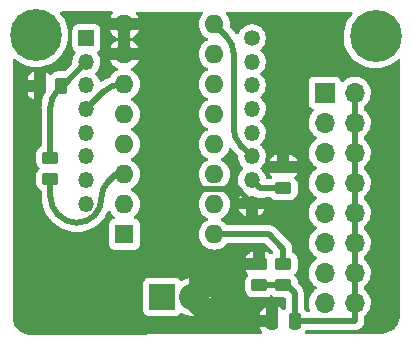
<source format=gbl>
G04 #@! TF.GenerationSoftware,KiCad,Pcbnew,(6.0.10-0)*
G04 #@! TF.CreationDate,2023-01-01T02:05:10-05:00*
G04 #@! TF.ProjectId,8CT-PowerMeter,3843542d-506f-4776-9572-4d657465722e,rev?*
G04 #@! TF.SameCoordinates,Original*
G04 #@! TF.FileFunction,Copper,L4,Bot*
G04 #@! TF.FilePolarity,Positive*
%FSLAX46Y46*%
G04 Gerber Fmt 4.6, Leading zero omitted, Abs format (unit mm)*
G04 Created by KiCad (PCBNEW (6.0.10-0)) date 2023-01-01 02:05:10*
%MOMM*%
%LPD*%
G01*
G04 APERTURE LIST*
G04 Aperture macros list*
%AMRoundRect*
0 Rectangle with rounded corners*
0 $1 Rounding radius*
0 $2 $3 $4 $5 $6 $7 $8 $9 X,Y pos of 4 corners*
0 Add a 4 corners polygon primitive as box body*
4,1,4,$2,$3,$4,$5,$6,$7,$8,$9,$2,$3,0*
0 Add four circle primitives for the rounded corners*
1,1,$1+$1,$2,$3*
1,1,$1+$1,$4,$5*
1,1,$1+$1,$6,$7*
1,1,$1+$1,$8,$9*
0 Add four rect primitives between the rounded corners*
20,1,$1+$1,$2,$3,$4,$5,0*
20,1,$1+$1,$4,$5,$6,$7,0*
20,1,$1+$1,$6,$7,$8,$9,0*
20,1,$1+$1,$8,$9,$2,$3,0*%
G04 Aperture macros list end*
G04 #@! TA.AperFunction,ComponentPad*
%ADD10R,2.200000X2.200000*%
G04 #@! TD*
G04 #@! TA.AperFunction,ComponentPad*
%ADD11C,2.200000*%
G04 #@! TD*
G04 #@! TA.AperFunction,ComponentPad*
%ADD12R,1.350000X1.350000*%
G04 #@! TD*
G04 #@! TA.AperFunction,ComponentPad*
%ADD13O,1.350000X1.350000*%
G04 #@! TD*
G04 #@! TA.AperFunction,ComponentPad*
%ADD14C,1.350000*%
G04 #@! TD*
G04 #@! TA.AperFunction,ComponentPad*
%ADD15C,0.700000*%
G04 #@! TD*
G04 #@! TA.AperFunction,ComponentPad*
%ADD16C,4.400000*%
G04 #@! TD*
G04 #@! TA.AperFunction,ComponentPad*
%ADD17R,1.700000X1.700000*%
G04 #@! TD*
G04 #@! TA.AperFunction,ComponentPad*
%ADD18O,1.700000X1.700000*%
G04 #@! TD*
G04 #@! TA.AperFunction,SMDPad,CuDef*
%ADD19RoundRect,0.250000X0.450000X-0.262500X0.450000X0.262500X-0.450000X0.262500X-0.450000X-0.262500X0*%
G04 #@! TD*
G04 #@! TA.AperFunction,SMDPad,CuDef*
%ADD20RoundRect,0.250000X0.262500X0.450000X-0.262500X0.450000X-0.262500X-0.450000X0.262500X-0.450000X0*%
G04 #@! TD*
G04 #@! TA.AperFunction,SMDPad,CuDef*
%ADD21RoundRect,0.250000X-0.450000X0.262500X-0.450000X-0.262500X0.450000X-0.262500X0.450000X0.262500X0*%
G04 #@! TD*
G04 #@! TA.AperFunction,ComponentPad*
%ADD22R,1.600000X1.600000*%
G04 #@! TD*
G04 #@! TA.AperFunction,ComponentPad*
%ADD23O,1.600000X1.600000*%
G04 #@! TD*
G04 #@! TA.AperFunction,SMDPad,CuDef*
%ADD24RoundRect,0.250000X-0.250000X-0.475000X0.250000X-0.475000X0.250000X0.475000X-0.250000X0.475000X0*%
G04 #@! TD*
G04 #@! TA.AperFunction,ViaPad*
%ADD25C,0.600000*%
G04 #@! TD*
G04 #@! TA.AperFunction,Conductor*
%ADD26C,0.500000*%
G04 #@! TD*
G04 APERTURE END LIST*
D10*
X149474000Y-92672000D03*
D11*
X152014000Y-92672000D03*
D12*
X143045000Y-70780000D03*
D13*
X143045000Y-72780000D03*
X143045000Y-74780000D03*
X143045000Y-76780000D03*
X143045000Y-78780000D03*
X143045000Y-80780000D03*
X143045000Y-82780000D03*
X143045000Y-84780000D03*
X157045000Y-84780000D03*
X157045000Y-82780000D03*
X157045000Y-80780000D03*
X157045000Y-78780000D03*
X157045000Y-76780000D03*
X157045000Y-74780000D03*
X157045000Y-72780000D03*
D14*
X157045000Y-70780000D03*
D15*
X168688926Y-71773726D03*
X169172200Y-70607000D03*
X168688926Y-69440274D03*
X167522200Y-72257000D03*
X166355474Y-71773726D03*
X167522200Y-68957000D03*
X165872200Y-70607000D03*
D16*
X167522200Y-70607000D03*
D15*
X166355474Y-69440274D03*
D17*
X163212000Y-75400000D03*
D18*
X165752000Y-75400000D03*
X163212000Y-77940000D03*
X165752000Y-77940000D03*
X163212000Y-80480000D03*
X165752000Y-80480000D03*
X163212000Y-83020000D03*
X165752000Y-83020000D03*
X163212000Y-85560000D03*
X165752000Y-85560000D03*
X163212000Y-88100000D03*
X165752000Y-88100000D03*
X163212000Y-90640000D03*
X165752000Y-90640000D03*
X163212000Y-93180000D03*
X165752000Y-93180000D03*
D15*
X139966726Y-71666726D03*
X140450000Y-70500000D03*
X137633274Y-71666726D03*
X139966726Y-69333274D03*
X137150000Y-70500000D03*
X138800000Y-72150000D03*
X137633274Y-69333274D03*
X138800000Y-68850000D03*
D16*
X138800000Y-70500000D03*
D19*
X159718000Y-83487500D03*
X159718000Y-81662500D03*
X140000000Y-82712500D03*
X140000000Y-80887500D03*
D20*
X140912500Y-74800000D03*
X139087500Y-74800000D03*
D19*
X157686000Y-91703000D03*
X157686000Y-89878000D03*
D21*
X159718000Y-89878000D03*
X159718000Y-91703000D03*
D22*
X146250000Y-87375000D03*
D23*
X146250000Y-84835000D03*
X146250000Y-82295000D03*
X146250000Y-79755000D03*
X146250000Y-77215000D03*
X146250000Y-74675000D03*
X146250000Y-72135000D03*
X146250000Y-69595000D03*
X153870000Y-69595000D03*
X153870000Y-72135000D03*
X153870000Y-74675000D03*
X153870000Y-77215000D03*
X153870000Y-79755000D03*
X153870000Y-82295000D03*
X153870000Y-84835000D03*
X153870000Y-87375000D03*
D24*
X158768000Y-94704000D03*
X160668000Y-94704000D03*
D25*
X137260000Y-94950000D03*
X145800000Y-92100000D03*
X138300000Y-85000000D03*
D26*
X152014000Y-83612000D02*
X152014000Y-93180000D01*
X146250000Y-69595000D02*
X146250000Y-72135000D01*
X155850000Y-83585000D02*
X152041000Y-83585000D01*
X157045000Y-84780000D02*
X155850000Y-83585000D01*
X137268000Y-94958000D02*
X137260000Y-94950000D01*
X152041000Y-83585000D02*
X152014000Y-83612000D01*
X159718000Y-88608000D02*
X159718000Y-89878000D01*
X158485000Y-87375000D02*
X159718000Y-88608000D01*
X153870000Y-87375000D02*
X158485000Y-87375000D01*
X140000000Y-84221573D02*
X140000000Y-82800000D01*
X143714213Y-85785787D02*
X143685786Y-85814214D01*
X140764213Y-85814213D02*
X140585786Y-85635786D01*
X142271573Y-86400000D02*
X142178427Y-86400000D01*
X144300000Y-84328427D02*
X144300000Y-84371573D01*
X146250000Y-82295000D02*
X145505000Y-82295000D01*
X145505000Y-82295000D02*
X144885786Y-82914214D01*
X140764199Y-85814227D02*
G75*
G03*
X142178427Y-86400000I1414201J1414227D01*
G01*
X143714227Y-85785801D02*
G75*
G03*
X144300000Y-84371573I-1414227J1414201D01*
G01*
X140585772Y-85635800D02*
G75*
G02*
X140000000Y-84221573I1414228J1414200D01*
G01*
X144300020Y-84328427D02*
G75*
G02*
X144885787Y-82914215I1999980J27D01*
G01*
X142271573Y-86399980D02*
G75*
G03*
X143685785Y-85814213I27J1999980D01*
G01*
X140000000Y-76628427D02*
X140000000Y-80800000D01*
X141025000Y-74800000D02*
X143045000Y-72780000D01*
X141000000Y-74800000D02*
X140585786Y-75214214D01*
X140585772Y-75214200D02*
G75*
G03*
X140000000Y-76628427I1414228J-1414200D01*
G01*
X157752500Y-83487500D02*
X157045000Y-82780000D01*
X159718000Y-83487500D02*
X157752500Y-83487500D01*
X144564213Y-75260787D02*
X143045000Y-76780000D01*
X144564199Y-75260773D02*
G75*
G02*
X145978427Y-74675000I1414201J-1414227D01*
G01*
X153870000Y-69595000D02*
X154914214Y-70639214D01*
X156085787Y-79820787D02*
X157045000Y-80780000D01*
X155500000Y-72053427D02*
X155500000Y-78406573D01*
X156085773Y-79820801D02*
G75*
G02*
X155500000Y-78406573I1414227J1414201D01*
G01*
X154914228Y-70639200D02*
G75*
G02*
X155500000Y-72053427I-1414228J-1414200D01*
G01*
X160029000Y-91703000D02*
X160668000Y-92342000D01*
X165814000Y-94704000D02*
X165752000Y-94642000D01*
X157686000Y-91703000D02*
X159718000Y-91703000D01*
X160668000Y-94704000D02*
X160668000Y-92342000D01*
X165752000Y-75400000D02*
X165752000Y-93180000D01*
X160668000Y-94704000D02*
X165814000Y-94704000D01*
X165752000Y-94642000D02*
X165752000Y-93180000D01*
G04 #@! TA.AperFunction,Conductor*
G36*
X144735463Y-68516035D02*
G01*
X145174618Y-68516549D01*
X145242715Y-68536631D01*
X145289145Y-68590341D01*
X145299166Y-68660627D01*
X145269598Y-68725173D01*
X145263565Y-68731644D01*
X145248084Y-68747125D01*
X145241028Y-68755533D01*
X145116069Y-68933993D01*
X145110586Y-68943489D01*
X145047591Y-69078583D01*
X145045474Y-69092523D01*
X145049262Y-69095000D01*
X147441949Y-69095000D01*
X147455480Y-69091027D01*
X147456123Y-69086550D01*
X147389414Y-68943489D01*
X147383931Y-68933993D01*
X147258972Y-68755533D01*
X147251916Y-68747125D01*
X147238956Y-68734165D01*
X147204930Y-68671853D01*
X147209995Y-68601038D01*
X147252542Y-68544202D01*
X147319062Y-68519391D01*
X147328181Y-68519071D01*
X152031391Y-68524578D01*
X152785000Y-68525460D01*
X152853097Y-68545542D01*
X152899527Y-68599252D01*
X152909548Y-68669538D01*
X152879980Y-68734084D01*
X152873947Y-68740555D01*
X152863802Y-68750700D01*
X152860645Y-68755208D01*
X152860643Y-68755211D01*
X152833261Y-68794317D01*
X152732477Y-68938251D01*
X152730154Y-68943233D01*
X152730151Y-68943238D01*
X152663324Y-69086550D01*
X152635716Y-69145757D01*
X152576457Y-69366913D01*
X152556502Y-69595000D01*
X152576457Y-69823087D01*
X152577881Y-69828400D01*
X152577881Y-69828402D01*
X152624542Y-70002540D01*
X152635716Y-70044243D01*
X152638039Y-70049224D01*
X152638039Y-70049225D01*
X152730151Y-70246762D01*
X152730154Y-70246767D01*
X152732477Y-70251749D01*
X152765593Y-70299043D01*
X152813699Y-70367745D01*
X152863802Y-70439300D01*
X153025700Y-70601198D01*
X153030208Y-70604355D01*
X153030211Y-70604357D01*
X153108389Y-70659098D01*
X153213251Y-70732523D01*
X153218233Y-70734846D01*
X153218238Y-70734849D01*
X153252457Y-70750805D01*
X153305742Y-70797722D01*
X153325203Y-70865999D01*
X153304661Y-70933959D01*
X153252457Y-70979195D01*
X153218238Y-70995151D01*
X153218233Y-70995154D01*
X153213251Y-70997477D01*
X153127578Y-71057466D01*
X153030211Y-71125643D01*
X153030208Y-71125645D01*
X153025700Y-71128802D01*
X152863802Y-71290700D01*
X152732477Y-71478251D01*
X152730154Y-71483233D01*
X152730151Y-71483238D01*
X152638039Y-71680775D01*
X152635716Y-71685757D01*
X152634294Y-71691065D01*
X152634293Y-71691067D01*
X152584441Y-71877116D01*
X152576457Y-71906913D01*
X152556502Y-72135000D01*
X152576457Y-72363087D01*
X152577881Y-72368400D01*
X152577881Y-72368402D01*
X152626337Y-72549239D01*
X152635716Y-72584243D01*
X152638039Y-72589224D01*
X152638039Y-72589225D01*
X152730151Y-72786762D01*
X152730154Y-72786767D01*
X152732477Y-72791749D01*
X152863802Y-72979300D01*
X153025700Y-73141198D01*
X153030208Y-73144355D01*
X153030211Y-73144357D01*
X153091977Y-73187606D01*
X153213251Y-73272523D01*
X153218233Y-73274846D01*
X153218238Y-73274849D01*
X153252457Y-73290805D01*
X153305742Y-73337722D01*
X153325203Y-73405999D01*
X153304661Y-73473959D01*
X153252457Y-73519195D01*
X153218238Y-73535151D01*
X153218233Y-73535154D01*
X153213251Y-73537477D01*
X153135617Y-73591837D01*
X153030211Y-73665643D01*
X153030208Y-73665645D01*
X153025700Y-73668802D01*
X152863802Y-73830700D01*
X152860645Y-73835208D01*
X152860643Y-73835211D01*
X152838007Y-73867539D01*
X152732477Y-74018251D01*
X152730154Y-74023233D01*
X152730151Y-74023238D01*
X152666857Y-74158974D01*
X152635716Y-74225757D01*
X152634294Y-74231065D01*
X152634293Y-74231067D01*
X152578394Y-74439684D01*
X152576457Y-74446913D01*
X152556502Y-74675000D01*
X152576457Y-74903087D01*
X152577881Y-74908400D01*
X152577881Y-74908402D01*
X152593240Y-74965720D01*
X152635716Y-75124243D01*
X152638039Y-75129224D01*
X152638039Y-75129225D01*
X152730151Y-75326762D01*
X152730154Y-75326767D01*
X152732477Y-75331749D01*
X152863802Y-75519300D01*
X153025700Y-75681198D01*
X153030207Y-75684354D01*
X153030211Y-75684357D01*
X153076933Y-75717072D01*
X153213251Y-75812523D01*
X153218233Y-75814846D01*
X153218238Y-75814849D01*
X153252457Y-75830805D01*
X153305742Y-75877722D01*
X153325203Y-75945999D01*
X153304661Y-76013959D01*
X153252457Y-76059195D01*
X153218238Y-76075151D01*
X153218233Y-76075154D01*
X153213251Y-76077477D01*
X153140920Y-76128124D01*
X153030211Y-76205643D01*
X153030208Y-76205645D01*
X153025700Y-76208802D01*
X152863802Y-76370700D01*
X152860645Y-76375208D01*
X152860643Y-76375211D01*
X152826090Y-76424558D01*
X152732477Y-76558251D01*
X152730154Y-76563233D01*
X152730151Y-76563238D01*
X152639100Y-76758500D01*
X152635716Y-76765757D01*
X152634294Y-76771065D01*
X152634293Y-76771067D01*
X152580578Y-76971534D01*
X152576457Y-76986913D01*
X152556502Y-77215000D01*
X152576457Y-77443087D01*
X152577881Y-77448400D01*
X152577881Y-77448402D01*
X152624970Y-77624137D01*
X152635716Y-77664243D01*
X152638039Y-77669224D01*
X152638039Y-77669225D01*
X152730151Y-77866762D01*
X152730154Y-77866767D01*
X152732477Y-77871749D01*
X152863802Y-78059300D01*
X153025700Y-78221198D01*
X153030208Y-78224355D01*
X153030211Y-78224357D01*
X153108389Y-78279098D01*
X153213251Y-78352523D01*
X153218233Y-78354846D01*
X153218238Y-78354849D01*
X153252457Y-78370805D01*
X153305742Y-78417722D01*
X153325203Y-78485999D01*
X153304661Y-78553959D01*
X153252457Y-78599195D01*
X153218238Y-78615151D01*
X153218233Y-78615154D01*
X153213251Y-78617477D01*
X153127857Y-78677271D01*
X153030211Y-78745643D01*
X153030208Y-78745645D01*
X153025700Y-78748802D01*
X152863802Y-78910700D01*
X152860645Y-78915208D01*
X152860643Y-78915211D01*
X152829166Y-78960165D01*
X152732477Y-79098251D01*
X152730154Y-79103233D01*
X152730151Y-79103238D01*
X152644617Y-79286669D01*
X152635716Y-79305757D01*
X152634294Y-79311065D01*
X152634293Y-79311067D01*
X152577881Y-79521598D01*
X152576457Y-79526913D01*
X152556502Y-79755000D01*
X152576457Y-79983087D01*
X152577881Y-79988400D01*
X152577881Y-79988402D01*
X152593240Y-80045720D01*
X152635716Y-80204243D01*
X152638039Y-80209224D01*
X152638039Y-80209225D01*
X152730151Y-80406762D01*
X152730154Y-80406767D01*
X152732477Y-80411749D01*
X152778151Y-80476978D01*
X152848794Y-80577866D01*
X152863802Y-80599300D01*
X153025700Y-80761198D01*
X153030208Y-80764355D01*
X153030211Y-80764357D01*
X153090056Y-80806261D01*
X153213251Y-80892523D01*
X153218233Y-80894846D01*
X153218238Y-80894849D01*
X153252457Y-80910805D01*
X153305742Y-80957722D01*
X153325203Y-81025999D01*
X153304661Y-81093959D01*
X153252457Y-81139195D01*
X153218238Y-81155151D01*
X153218233Y-81155154D01*
X153213251Y-81157477D01*
X153108389Y-81230902D01*
X153030211Y-81285643D01*
X153030208Y-81285645D01*
X153025700Y-81288802D01*
X152863802Y-81450700D01*
X152860645Y-81455208D01*
X152860643Y-81455211D01*
X152817008Y-81517529D01*
X152732477Y-81638251D01*
X152730154Y-81643233D01*
X152730151Y-81643238D01*
X152648460Y-81818427D01*
X152635716Y-81845757D01*
X152634294Y-81851065D01*
X152634293Y-81851067D01*
X152577881Y-82061598D01*
X152576457Y-82066913D01*
X152556502Y-82295000D01*
X152576457Y-82523087D01*
X152577881Y-82528400D01*
X152577881Y-82528402D01*
X152631632Y-82729000D01*
X152635716Y-82744243D01*
X152638039Y-82749224D01*
X152638039Y-82749225D01*
X152730151Y-82946762D01*
X152730154Y-82946767D01*
X152732477Y-82951749D01*
X152786324Y-83028650D01*
X152857193Y-83129861D01*
X152863802Y-83139300D01*
X153025700Y-83301198D01*
X153030208Y-83304355D01*
X153030211Y-83304357D01*
X153108389Y-83359098D01*
X153213251Y-83432523D01*
X153218233Y-83434846D01*
X153218238Y-83434849D01*
X153252457Y-83450805D01*
X153305742Y-83497722D01*
X153325203Y-83565999D01*
X153304661Y-83633959D01*
X153252457Y-83679195D01*
X153218238Y-83695151D01*
X153218233Y-83695154D01*
X153213251Y-83697477D01*
X153108389Y-83770902D01*
X153030211Y-83825643D01*
X153030208Y-83825645D01*
X153025700Y-83828802D01*
X152863802Y-83990700D01*
X152860645Y-83995208D01*
X152860643Y-83995211D01*
X152825190Y-84045844D01*
X152732477Y-84178251D01*
X152730154Y-84183233D01*
X152730151Y-84183238D01*
X152644617Y-84366669D01*
X152635716Y-84385757D01*
X152634294Y-84391065D01*
X152634293Y-84391067D01*
X152579492Y-84595587D01*
X152576457Y-84606913D01*
X152556502Y-84835000D01*
X152576457Y-85063087D01*
X152577881Y-85068400D01*
X152577881Y-85068402D01*
X152633934Y-85277591D01*
X152635716Y-85284243D01*
X152638039Y-85289224D01*
X152638039Y-85289225D01*
X152730151Y-85486762D01*
X152730154Y-85486767D01*
X152732477Y-85491749D01*
X152780267Y-85560000D01*
X152859734Y-85673490D01*
X152863802Y-85679300D01*
X153025700Y-85841198D01*
X153030208Y-85844355D01*
X153030211Y-85844357D01*
X153044711Y-85854510D01*
X153213251Y-85972523D01*
X153218233Y-85974846D01*
X153218238Y-85974849D01*
X153252457Y-85990805D01*
X153305742Y-86037722D01*
X153325203Y-86105999D01*
X153304661Y-86173959D01*
X153252457Y-86219195D01*
X153218238Y-86235151D01*
X153218233Y-86235154D01*
X153213251Y-86237477D01*
X153117580Y-86304467D01*
X153030211Y-86365643D01*
X153030208Y-86365645D01*
X153025700Y-86368802D01*
X152863802Y-86530700D01*
X152860645Y-86535208D01*
X152860643Y-86535211D01*
X152841346Y-86562770D01*
X152732477Y-86718251D01*
X152730154Y-86723233D01*
X152730151Y-86723238D01*
X152644617Y-86906669D01*
X152635716Y-86925757D01*
X152634294Y-86931065D01*
X152634293Y-86931067D01*
X152586562Y-87109200D01*
X152576457Y-87146913D01*
X152556502Y-87375000D01*
X152576457Y-87603087D01*
X152577881Y-87608400D01*
X152577881Y-87608402D01*
X152593240Y-87665720D01*
X152635716Y-87824243D01*
X152638039Y-87829224D01*
X152638039Y-87829225D01*
X152730151Y-88026762D01*
X152730154Y-88026767D01*
X152732477Y-88031749D01*
X152801635Y-88130516D01*
X152851207Y-88201312D01*
X152863802Y-88219300D01*
X153025700Y-88381198D01*
X153030208Y-88384355D01*
X153030211Y-88384357D01*
X153071542Y-88413297D01*
X153213251Y-88512523D01*
X153218233Y-88514846D01*
X153218238Y-88514849D01*
X153394107Y-88596857D01*
X153420757Y-88609284D01*
X153426065Y-88610706D01*
X153426067Y-88610707D01*
X153636598Y-88667119D01*
X153636600Y-88667119D01*
X153641913Y-88668543D01*
X153870000Y-88688498D01*
X154098087Y-88668543D01*
X154103400Y-88667119D01*
X154103402Y-88667119D01*
X154313933Y-88610707D01*
X154313935Y-88610706D01*
X154319243Y-88609284D01*
X154345893Y-88596857D01*
X154521762Y-88514849D01*
X154521767Y-88514846D01*
X154526749Y-88512523D01*
X154668458Y-88413297D01*
X154709789Y-88384357D01*
X154709792Y-88384355D01*
X154714300Y-88381198D01*
X154876198Y-88219300D01*
X154898655Y-88187229D01*
X154954110Y-88142901D01*
X155001867Y-88133500D01*
X158118629Y-88133500D01*
X158186750Y-88153502D01*
X158207724Y-88170405D01*
X158842178Y-88804859D01*
X158876204Y-88867171D01*
X158871139Y-88937986D01*
X158828592Y-88994822D01*
X158819408Y-89001084D01*
X158793652Y-89017022D01*
X158788479Y-89022204D01*
X158782742Y-89026751D01*
X158781402Y-89025060D01*
X158728431Y-89054043D01*
X158657611Y-89049038D01*
X158620672Y-89025343D01*
X158619917Y-89026299D01*
X158602760Y-89012749D01*
X158464757Y-88927684D01*
X158451576Y-88921537D01*
X158297290Y-88870362D01*
X158283914Y-88867495D01*
X158199523Y-88858848D01*
X158188876Y-88861975D01*
X158187671Y-88863365D01*
X158186000Y-88871048D01*
X158186000Y-90252000D01*
X158165998Y-90320121D01*
X158112342Y-90366614D01*
X158060000Y-90378000D01*
X156534252Y-90378000D01*
X156520721Y-90381973D01*
X156519740Y-90388799D01*
X156542588Y-90457284D01*
X156548761Y-90470462D01*
X156634063Y-90608307D01*
X156643099Y-90619708D01*
X156724462Y-90700930D01*
X156758541Y-90763213D01*
X156753538Y-90834033D01*
X156724617Y-90879120D01*
X156641870Y-90962012D01*
X156641866Y-90962017D01*
X156636695Y-90967197D01*
X156632855Y-90973427D01*
X156632854Y-90973428D01*
X156573695Y-91069402D01*
X156543885Y-91117762D01*
X156534369Y-91146453D01*
X156500081Y-91249829D01*
X156488203Y-91285639D01*
X156477500Y-91390100D01*
X156477500Y-92015900D01*
X156477837Y-92019146D01*
X156477837Y-92019150D01*
X156484743Y-92085703D01*
X156488474Y-92121666D01*
X156544450Y-92289446D01*
X156637522Y-92439848D01*
X156762697Y-92564805D01*
X156768927Y-92568645D01*
X156768928Y-92568646D01*
X156906090Y-92653194D01*
X156913262Y-92657615D01*
X156960045Y-92673132D01*
X157074611Y-92711132D01*
X157074613Y-92711132D01*
X157081139Y-92713297D01*
X157087975Y-92713997D01*
X157087978Y-92713998D01*
X157131031Y-92718409D01*
X157185600Y-92724000D01*
X158186400Y-92724000D01*
X158189646Y-92723663D01*
X158189650Y-92723663D01*
X158285308Y-92713738D01*
X158285312Y-92713737D01*
X158292166Y-92713026D01*
X158298702Y-92710845D01*
X158298704Y-92710845D01*
X158430806Y-92666772D01*
X158459946Y-92657050D01*
X158610348Y-92563978D01*
X158615521Y-92558796D01*
X158621258Y-92554249D01*
X158622686Y-92556051D01*
X158675226Y-92527309D01*
X158746045Y-92532319D01*
X158783024Y-92556042D01*
X158783771Y-92555096D01*
X158789517Y-92559634D01*
X158794697Y-92564805D01*
X158800927Y-92568645D01*
X158800928Y-92568646D01*
X158938090Y-92653194D01*
X158945262Y-92657615D01*
X158992045Y-92673132D01*
X159106611Y-92711132D01*
X159106613Y-92711132D01*
X159113139Y-92713297D01*
X159119975Y-92713997D01*
X159119978Y-92713998D01*
X159163031Y-92718409D01*
X159217600Y-92724000D01*
X159783500Y-92724000D01*
X159851621Y-92744002D01*
X159898114Y-92797658D01*
X159909500Y-92850000D01*
X159909500Y-93612607D01*
X159889498Y-93680728D01*
X159872673Y-93701625D01*
X159818695Y-93755697D01*
X159815898Y-93760235D01*
X159758647Y-93800824D01*
X159687724Y-93804054D01*
X159626313Y-93768428D01*
X159618938Y-93759932D01*
X159610902Y-93749793D01*
X159496171Y-93635261D01*
X159484760Y-93626249D01*
X159346757Y-93541184D01*
X159333576Y-93535037D01*
X159285194Y-93518989D01*
X159271101Y-93518500D01*
X159268000Y-93524711D01*
X159268000Y-95078000D01*
X159247998Y-95146121D01*
X159194342Y-95192614D01*
X159142000Y-95204000D01*
X157778116Y-95204000D01*
X157762877Y-95208475D01*
X157761672Y-95209865D01*
X157760001Y-95217548D01*
X157760001Y-95226095D01*
X157760338Y-95232614D01*
X157770257Y-95328206D01*
X157773149Y-95341600D01*
X157824588Y-95495784D01*
X157830760Y-95508958D01*
X157909997Y-95637003D01*
X157928835Y-95705455D01*
X157907674Y-95773225D01*
X157853233Y-95818796D01*
X157803255Y-95829306D01*
X138348762Y-95891342D01*
X138328975Y-95889843D01*
X138315150Y-95887690D01*
X138315144Y-95887690D01*
X138306276Y-95886309D01*
X138291019Y-95888304D01*
X138265698Y-95889047D01*
X138096715Y-95876961D01*
X138078936Y-95874404D01*
X137888607Y-95833001D01*
X137871359Y-95827937D01*
X137688850Y-95759864D01*
X137672498Y-95752396D01*
X137501542Y-95659048D01*
X137486418Y-95649328D01*
X137330486Y-95532598D01*
X137316900Y-95520825D01*
X137179175Y-95383100D01*
X137167402Y-95369514D01*
X137050672Y-95213582D01*
X137040952Y-95198458D01*
X136947604Y-95027502D01*
X136940136Y-95011150D01*
X136872063Y-94828641D01*
X136866999Y-94811392D01*
X136825596Y-94621064D01*
X136823038Y-94603278D01*
X136819042Y-94547395D01*
X136811719Y-94445011D01*
X136812805Y-94422245D01*
X136812334Y-94422203D01*
X136812770Y-94417345D01*
X136813576Y-94412552D01*
X136813729Y-94400000D01*
X136809773Y-94372376D01*
X136808500Y-94354514D01*
X136808500Y-93820134D01*
X147865500Y-93820134D01*
X147872255Y-93882316D01*
X147923385Y-94018705D01*
X148010739Y-94135261D01*
X148127295Y-94222615D01*
X148263684Y-94273745D01*
X148325866Y-94280500D01*
X150622134Y-94280500D01*
X150684316Y-94273745D01*
X150820705Y-94222615D01*
X150937261Y-94135261D01*
X150977863Y-94081086D01*
X150995073Y-94058123D01*
X151051932Y-94015608D01*
X151122751Y-94010582D01*
X151161734Y-94026255D01*
X151281149Y-94099433D01*
X151289943Y-94103914D01*
X151513471Y-94196502D01*
X151522856Y-94199551D01*
X151758118Y-94256033D01*
X151767865Y-94257576D01*
X152009070Y-94276560D01*
X152018930Y-94276560D01*
X152172757Y-94264453D01*
X152183634Y-94260308D01*
X152178168Y-94250382D01*
X152113671Y-94185885D01*
X157760000Y-94185885D01*
X157764475Y-94201124D01*
X157765865Y-94202329D01*
X157773548Y-94204000D01*
X158249885Y-94204000D01*
X158265124Y-94199525D01*
X158266329Y-94198135D01*
X158268000Y-94190452D01*
X158268000Y-93531422D01*
X158264027Y-93517891D01*
X158257201Y-93516910D01*
X158201216Y-93535588D01*
X158188038Y-93541761D01*
X158050193Y-93627063D01*
X158038792Y-93636099D01*
X157924261Y-93750829D01*
X157915249Y-93762240D01*
X157830184Y-93900243D01*
X157824037Y-93913424D01*
X157772862Y-94067710D01*
X157769995Y-94081086D01*
X157760328Y-94175438D01*
X157760000Y-94181855D01*
X157760000Y-94185885D01*
X152113671Y-94185885D01*
X151119405Y-93191619D01*
X151085379Y-93129307D01*
X151082500Y-93102524D01*
X151082500Y-92673132D01*
X153433412Y-92673132D01*
X153433543Y-92674965D01*
X153437794Y-92681580D01*
X153592220Y-92836006D01*
X153602439Y-92841586D01*
X153606435Y-92830988D01*
X153618560Y-92676930D01*
X153618560Y-92667070D01*
X153606453Y-92513243D01*
X153602308Y-92502366D01*
X153592382Y-92507832D01*
X153441026Y-92659188D01*
X153433412Y-92673132D01*
X151082500Y-92673132D01*
X151082500Y-92241476D01*
X151102502Y-92173355D01*
X151119405Y-92152381D01*
X152178006Y-91093780D01*
X152183586Y-91083561D01*
X152172988Y-91079565D01*
X152018930Y-91067440D01*
X152009070Y-91067440D01*
X151767865Y-91086424D01*
X151758118Y-91087967D01*
X151522856Y-91144449D01*
X151513471Y-91147498D01*
X151289943Y-91240086D01*
X151281149Y-91244567D01*
X151161734Y-91317745D01*
X151093201Y-91336283D01*
X151025524Y-91314827D01*
X150995073Y-91285877D01*
X150942643Y-91215920D01*
X150942642Y-91215919D01*
X150937261Y-91208739D01*
X150820705Y-91121385D01*
X150684316Y-91070255D01*
X150622134Y-91063500D01*
X148325866Y-91063500D01*
X148263684Y-91070255D01*
X148127295Y-91121385D01*
X148010739Y-91208739D01*
X147923385Y-91325295D01*
X147872255Y-91461684D01*
X147865500Y-91523866D01*
X147865500Y-93820134D01*
X136808500Y-93820134D01*
X136808500Y-89374899D01*
X156521354Y-89374899D01*
X156527565Y-89378000D01*
X157167885Y-89378000D01*
X157183124Y-89373525D01*
X157184329Y-89372135D01*
X157186000Y-89364452D01*
X157186000Y-88875616D01*
X157181525Y-88860377D01*
X157180135Y-88859172D01*
X157176710Y-88858427D01*
X157086794Y-88867757D01*
X157073400Y-88870649D01*
X156919216Y-88922088D01*
X156906038Y-88928261D01*
X156768193Y-89013563D01*
X156756792Y-89022599D01*
X156642261Y-89137329D01*
X156633249Y-89148740D01*
X156548184Y-89286743D01*
X156542037Y-89299924D01*
X156521843Y-89360806D01*
X156521354Y-89374899D01*
X136808500Y-89374899D01*
X136808500Y-83025400D01*
X138791500Y-83025400D01*
X138791837Y-83028646D01*
X138791837Y-83028650D01*
X138796007Y-83068834D01*
X138802474Y-83131166D01*
X138804655Y-83137702D01*
X138804655Y-83137704D01*
X138848728Y-83269806D01*
X138858450Y-83298946D01*
X138951522Y-83449348D01*
X139076697Y-83574305D01*
X139174540Y-83634616D01*
X139181616Y-83638978D01*
X139229109Y-83691750D01*
X139241500Y-83746238D01*
X139241500Y-84159412D01*
X139240273Y-84176950D01*
X139237551Y-84196315D01*
X139237550Y-84196332D01*
X139236999Y-84200250D01*
X139236944Y-84204209D01*
X139236764Y-84217072D01*
X139236701Y-84221563D01*
X139237899Y-84232240D01*
X139238881Y-84240997D01*
X139239514Y-84248860D01*
X139240356Y-84266002D01*
X139248145Y-84424598D01*
X139251468Y-84492271D01*
X139251922Y-84495330D01*
X139251922Y-84495333D01*
X139290386Y-84754653D01*
X139291234Y-84760372D01*
X139291984Y-84763368D01*
X139291985Y-84763371D01*
X139336945Y-84942867D01*
X139357087Y-85023284D01*
X139448392Y-85278476D01*
X139564271Y-85523489D01*
X139652492Y-85670680D01*
X139699863Y-85749715D01*
X139703608Y-85755964D01*
X139865061Y-85973662D01*
X139867141Y-85975957D01*
X139978680Y-86099024D01*
X139982364Y-86103530D01*
X139983191Y-86104893D01*
X139990589Y-86113270D01*
X139999094Y-86121775D01*
X140003361Y-86126256D01*
X140012714Y-86136576D01*
X140019980Y-86145361D01*
X140031187Y-86160233D01*
X140046047Y-86175515D01*
X140049139Y-86177983D01*
X140049143Y-86177987D01*
X140074199Y-86197989D01*
X140084684Y-86207365D01*
X140183924Y-86306605D01*
X140195456Y-86319870D01*
X140209624Y-86338671D01*
X140224484Y-86353952D01*
X140227582Y-86356425D01*
X140239528Y-86365962D01*
X140245533Y-86371072D01*
X140320804Y-86439292D01*
X140426336Y-86534938D01*
X140428816Y-86536777D01*
X140428823Y-86536783D01*
X140536312Y-86616500D01*
X140644035Y-86696391D01*
X140646695Y-86697985D01*
X140646696Y-86697986D01*
X140873845Y-86834131D01*
X140873850Y-86834133D01*
X140876510Y-86835728D01*
X141121524Y-86951607D01*
X141376715Y-87042913D01*
X141379720Y-87043666D01*
X141379721Y-87043666D01*
X141636629Y-87108015D01*
X141636632Y-87108016D01*
X141639628Y-87108766D01*
X141642678Y-87109218D01*
X141642686Y-87109220D01*
X141904667Y-87148078D01*
X141904670Y-87148078D01*
X141907729Y-87148532D01*
X141910814Y-87148684D01*
X141910819Y-87148684D01*
X142076523Y-87156822D01*
X142082428Y-87157414D01*
X142084037Y-87157808D01*
X142090195Y-87158190D01*
X142093252Y-87158380D01*
X142093262Y-87158380D01*
X142095191Y-87158500D01*
X142107610Y-87158500D01*
X142113790Y-87158652D01*
X142121482Y-87159030D01*
X142127127Y-87159307D01*
X142138478Y-87160381D01*
X142153208Y-87162451D01*
X142153213Y-87162451D01*
X142157124Y-87163001D01*
X142165689Y-87163121D01*
X142174476Y-87163244D01*
X142174482Y-87163244D01*
X142178437Y-87163299D01*
X142203738Y-87160461D01*
X142235319Y-87160903D01*
X142246331Y-87162451D01*
X142246343Y-87162452D01*
X142250250Y-87163001D01*
X142258078Y-87163110D01*
X142267599Y-87163244D01*
X142267606Y-87163244D01*
X142271563Y-87163299D01*
X142291329Y-87161083D01*
X142299162Y-87160452D01*
X142440985Y-87153486D01*
X142539179Y-87148664D01*
X142539184Y-87148664D01*
X142542269Y-87148512D01*
X142545330Y-87148058D01*
X142807309Y-87109200D01*
X142807314Y-87109199D01*
X142810368Y-87108746D01*
X142813364Y-87107996D01*
X142813367Y-87107995D01*
X143070272Y-87043647D01*
X143070273Y-87043647D01*
X143073278Y-87042894D01*
X143200873Y-86997241D01*
X143325554Y-86952632D01*
X143325561Y-86952629D01*
X143328468Y-86951589D01*
X143331264Y-86950267D01*
X143331268Y-86950265D01*
X143534424Y-86854182D01*
X143573479Y-86835711D01*
X143805953Y-86696375D01*
X143832574Y-86676632D01*
X144021163Y-86536769D01*
X144021170Y-86536763D01*
X144023650Y-86534924D01*
X144101150Y-86464684D01*
X144148869Y-86421435D01*
X144153472Y-86417672D01*
X144154893Y-86416809D01*
X144163270Y-86409411D01*
X144172049Y-86400632D01*
X144176525Y-86396369D01*
X144186407Y-86387412D01*
X144195186Y-86380152D01*
X144210233Y-86368813D01*
X144225515Y-86353953D01*
X144227988Y-86350855D01*
X144229384Y-86349316D01*
X144238259Y-86340686D01*
X144238671Y-86340376D01*
X144241503Y-86337622D01*
X144241510Y-86337616D01*
X144251094Y-86328295D01*
X144253952Y-86325516D01*
X144264073Y-86312838D01*
X144265962Y-86310472D01*
X144271072Y-86304467D01*
X144432858Y-86125959D01*
X144434938Y-86123664D01*
X144436777Y-86121184D01*
X144436783Y-86121177D01*
X144594545Y-85908454D01*
X144596391Y-85905965D01*
X144627231Y-85854510D01*
X144734131Y-85676155D01*
X144734133Y-85676150D01*
X144735728Y-85673490D01*
X144851607Y-85428476D01*
X144851945Y-85428636D01*
X144895322Y-85374808D01*
X144962686Y-85352387D01*
X145031477Y-85369945D01*
X145081378Y-85425057D01*
X145110151Y-85486762D01*
X145110154Y-85486767D01*
X145112477Y-85491749D01*
X145160267Y-85560000D01*
X145239734Y-85673490D01*
X145243802Y-85679300D01*
X145405700Y-85841198D01*
X145410211Y-85844357D01*
X145414424Y-85847892D01*
X145413473Y-85849026D01*
X145453471Y-85899071D01*
X145460776Y-85969690D01*
X145428742Y-86033049D01*
X145367538Y-86069030D01*
X145350483Y-86072082D01*
X145339684Y-86073255D01*
X145203295Y-86124385D01*
X145086739Y-86211739D01*
X144999385Y-86328295D01*
X144948255Y-86464684D01*
X144941500Y-86526866D01*
X144941500Y-88223134D01*
X144948255Y-88285316D01*
X144999385Y-88421705D01*
X145086739Y-88538261D01*
X145203295Y-88625615D01*
X145339684Y-88676745D01*
X145401866Y-88683500D01*
X147098134Y-88683500D01*
X147160316Y-88676745D01*
X147296705Y-88625615D01*
X147413261Y-88538261D01*
X147500615Y-88421705D01*
X147551745Y-88285316D01*
X147558500Y-88223134D01*
X147558500Y-86526866D01*
X147551745Y-86464684D01*
X147500615Y-86328295D01*
X147413261Y-86211739D01*
X147296705Y-86124385D01*
X147160316Y-86073255D01*
X147149526Y-86072083D01*
X147147394Y-86071197D01*
X147144778Y-86070575D01*
X147144879Y-86070152D01*
X147083965Y-86044845D01*
X147043537Y-85986483D01*
X147041078Y-85915529D01*
X147077371Y-85854510D01*
X147086031Y-85847511D01*
X147089793Y-85844354D01*
X147094300Y-85841198D01*
X147256198Y-85679300D01*
X147260267Y-85673490D01*
X147339733Y-85560000D01*
X147387523Y-85491749D01*
X147389846Y-85486767D01*
X147389849Y-85486762D01*
X147481961Y-85289225D01*
X147481961Y-85289224D01*
X147484284Y-85284243D01*
X147486067Y-85277591D01*
X147542119Y-85068402D01*
X147542119Y-85068400D01*
X147543543Y-85063087D01*
X147563498Y-84835000D01*
X147543543Y-84606913D01*
X147540508Y-84595587D01*
X147485707Y-84391067D01*
X147485706Y-84391065D01*
X147484284Y-84385757D01*
X147475383Y-84366669D01*
X147389849Y-84183238D01*
X147389846Y-84183233D01*
X147387523Y-84178251D01*
X147294810Y-84045844D01*
X147259357Y-83995211D01*
X147259355Y-83995208D01*
X147256198Y-83990700D01*
X147094300Y-83828802D01*
X147089792Y-83825645D01*
X147089789Y-83825643D01*
X147011611Y-83770902D01*
X146906749Y-83697477D01*
X146901767Y-83695154D01*
X146901762Y-83695151D01*
X146867543Y-83679195D01*
X146814258Y-83632278D01*
X146794797Y-83564001D01*
X146815339Y-83496041D01*
X146867543Y-83450805D01*
X146901762Y-83434849D01*
X146901767Y-83434846D01*
X146906749Y-83432523D01*
X147011611Y-83359098D01*
X147089789Y-83304357D01*
X147089792Y-83304355D01*
X147094300Y-83301198D01*
X147256198Y-83139300D01*
X147262808Y-83129861D01*
X147333676Y-83028650D01*
X147387523Y-82951749D01*
X147389846Y-82946767D01*
X147389849Y-82946762D01*
X147481961Y-82749225D01*
X147481961Y-82749224D01*
X147484284Y-82744243D01*
X147488369Y-82729000D01*
X147542119Y-82528402D01*
X147542119Y-82528400D01*
X147543543Y-82523087D01*
X147563498Y-82295000D01*
X147543543Y-82066913D01*
X147542119Y-82061598D01*
X147485707Y-81851067D01*
X147485706Y-81851065D01*
X147484284Y-81845757D01*
X147471540Y-81818427D01*
X147389849Y-81643238D01*
X147389846Y-81643233D01*
X147387523Y-81638251D01*
X147302992Y-81517529D01*
X147259357Y-81455211D01*
X147259355Y-81455208D01*
X147256198Y-81450700D01*
X147094300Y-81288802D01*
X147089792Y-81285645D01*
X147089789Y-81285643D01*
X147011611Y-81230902D01*
X146906749Y-81157477D01*
X146901767Y-81155154D01*
X146901762Y-81155151D01*
X146867543Y-81139195D01*
X146814258Y-81092278D01*
X146794797Y-81024001D01*
X146815339Y-80956041D01*
X146867543Y-80910805D01*
X146901762Y-80894849D01*
X146901767Y-80894846D01*
X146906749Y-80892523D01*
X147029944Y-80806261D01*
X147089789Y-80764357D01*
X147089792Y-80764355D01*
X147094300Y-80761198D01*
X147256198Y-80599300D01*
X147271207Y-80577866D01*
X147341849Y-80476978D01*
X147387523Y-80411749D01*
X147389846Y-80406767D01*
X147389849Y-80406762D01*
X147481961Y-80209225D01*
X147481961Y-80209224D01*
X147484284Y-80204243D01*
X147526761Y-80045720D01*
X147542119Y-79988402D01*
X147542119Y-79988400D01*
X147543543Y-79983087D01*
X147563498Y-79755000D01*
X147543543Y-79526913D01*
X147542119Y-79521598D01*
X147485707Y-79311067D01*
X147485706Y-79311065D01*
X147484284Y-79305757D01*
X147475383Y-79286669D01*
X147389849Y-79103238D01*
X147389846Y-79103233D01*
X147387523Y-79098251D01*
X147290834Y-78960165D01*
X147259357Y-78915211D01*
X147259355Y-78915208D01*
X147256198Y-78910700D01*
X147094300Y-78748802D01*
X147089792Y-78745645D01*
X147089789Y-78745643D01*
X146992143Y-78677271D01*
X146906749Y-78617477D01*
X146901767Y-78615154D01*
X146901762Y-78615151D01*
X146867543Y-78599195D01*
X146814258Y-78552278D01*
X146794797Y-78484001D01*
X146815339Y-78416041D01*
X146867543Y-78370805D01*
X146901762Y-78354849D01*
X146901767Y-78354846D01*
X146906749Y-78352523D01*
X147011611Y-78279098D01*
X147089789Y-78224357D01*
X147089792Y-78224355D01*
X147094300Y-78221198D01*
X147256198Y-78059300D01*
X147387523Y-77871749D01*
X147389846Y-77866767D01*
X147389849Y-77866762D01*
X147481961Y-77669225D01*
X147481961Y-77669224D01*
X147484284Y-77664243D01*
X147495031Y-77624137D01*
X147542119Y-77448402D01*
X147542119Y-77448400D01*
X147543543Y-77443087D01*
X147563498Y-77215000D01*
X147543543Y-76986913D01*
X147539422Y-76971534D01*
X147485707Y-76771067D01*
X147485706Y-76771065D01*
X147484284Y-76765757D01*
X147480900Y-76758500D01*
X147389849Y-76563238D01*
X147389846Y-76563233D01*
X147387523Y-76558251D01*
X147293910Y-76424558D01*
X147259357Y-76375211D01*
X147259355Y-76375208D01*
X147256198Y-76370700D01*
X147094300Y-76208802D01*
X147089792Y-76205645D01*
X147089789Y-76205643D01*
X146979080Y-76128124D01*
X146906749Y-76077477D01*
X146901767Y-76075154D01*
X146901762Y-76075151D01*
X146867543Y-76059195D01*
X146814258Y-76012278D01*
X146794797Y-75944001D01*
X146815339Y-75876041D01*
X146867543Y-75830805D01*
X146901762Y-75814849D01*
X146901767Y-75814846D01*
X146906749Y-75812523D01*
X147043067Y-75717072D01*
X147089789Y-75684357D01*
X147089793Y-75684354D01*
X147094300Y-75681198D01*
X147256198Y-75519300D01*
X147387523Y-75331749D01*
X147389846Y-75326767D01*
X147389849Y-75326762D01*
X147481961Y-75129225D01*
X147481961Y-75129224D01*
X147484284Y-75124243D01*
X147526761Y-74965720D01*
X147542119Y-74908402D01*
X147542119Y-74908400D01*
X147543543Y-74903087D01*
X147563498Y-74675000D01*
X147543543Y-74446913D01*
X147541606Y-74439684D01*
X147485707Y-74231067D01*
X147485706Y-74231065D01*
X147484284Y-74225757D01*
X147453143Y-74158974D01*
X147389849Y-74023238D01*
X147389846Y-74023233D01*
X147387523Y-74018251D01*
X147281993Y-73867539D01*
X147259357Y-73835211D01*
X147259355Y-73835208D01*
X147256198Y-73830700D01*
X147094300Y-73668802D01*
X147089792Y-73665645D01*
X147089789Y-73665643D01*
X146984383Y-73591837D01*
X146906749Y-73537477D01*
X146901767Y-73535154D01*
X146901762Y-73535151D01*
X146866951Y-73518919D01*
X146813666Y-73472002D01*
X146794205Y-73403725D01*
X146814747Y-73335765D01*
X146866951Y-73290529D01*
X146901511Y-73274414D01*
X146911007Y-73268931D01*
X147089467Y-73143972D01*
X147097875Y-73136916D01*
X147251916Y-72982875D01*
X147258972Y-72974467D01*
X147383931Y-72796007D01*
X147389414Y-72786511D01*
X147452409Y-72651417D01*
X147454526Y-72637477D01*
X147450738Y-72635000D01*
X145058051Y-72635000D01*
X145044520Y-72638973D01*
X145043877Y-72643450D01*
X145110586Y-72786511D01*
X145116069Y-72796007D01*
X145241028Y-72974467D01*
X145248084Y-72982875D01*
X145402125Y-73136916D01*
X145410533Y-73143972D01*
X145588993Y-73268931D01*
X145598489Y-73274414D01*
X145633049Y-73290529D01*
X145686334Y-73337446D01*
X145705795Y-73405723D01*
X145685253Y-73473683D01*
X145633049Y-73518919D01*
X145598238Y-73535151D01*
X145598233Y-73535154D01*
X145593251Y-73537477D01*
X145515617Y-73591837D01*
X145410211Y-73665643D01*
X145410208Y-73665645D01*
X145405700Y-73668802D01*
X145243802Y-73830700D01*
X145240645Y-73835208D01*
X145240643Y-73835211D01*
X145115633Y-74013743D01*
X145115630Y-74013747D01*
X145112477Y-74018251D01*
X145110150Y-74023242D01*
X145109510Y-74024350D01*
X145058129Y-74073345D01*
X145042838Y-74079987D01*
X144921524Y-74123393D01*
X144676510Y-74239272D01*
X144673850Y-74240867D01*
X144673845Y-74240869D01*
X144446696Y-74377014D01*
X144444035Y-74378609D01*
X144441546Y-74380455D01*
X144357152Y-74443044D01*
X144290521Y-74467557D01*
X144221215Y-74452155D01*
X144171238Y-74401729D01*
X144160828Y-74376044D01*
X144154626Y-74354055D01*
X144058423Y-74158974D01*
X144031854Y-74123393D01*
X143931733Y-73989315D01*
X143931732Y-73989314D01*
X143928280Y-73984691D01*
X143806078Y-73871729D01*
X143769633Y-73810800D01*
X143771914Y-73739840D01*
X143811038Y-73682330D01*
X143834568Y-73662761D01*
X143885446Y-73620446D01*
X144024532Y-73453213D01*
X144124421Y-73274849D01*
X144127989Y-73268478D01*
X144127990Y-73268476D01*
X144130813Y-73263435D01*
X144132669Y-73257968D01*
X144132671Y-73257963D01*
X144198874Y-73062935D01*
X144198875Y-73062930D01*
X144200730Y-73057466D01*
X144231941Y-72842205D01*
X144233570Y-72780000D01*
X144213667Y-72563400D01*
X144197748Y-72506953D01*
X144161950Y-72380025D01*
X144154626Y-72354055D01*
X144058423Y-72158974D01*
X144036433Y-72129525D01*
X143979465Y-72053236D01*
X143954733Y-71986686D01*
X143969907Y-71917330D01*
X144004858Y-71877021D01*
X144076080Y-71823643D01*
X144076081Y-71823642D01*
X144083261Y-71818261D01*
X144170615Y-71701705D01*
X144221745Y-71565316D01*
X144228500Y-71503134D01*
X144228500Y-70103450D01*
X145043877Y-70103450D01*
X145110586Y-70246511D01*
X145116069Y-70256007D01*
X145241028Y-70434467D01*
X145248084Y-70442875D01*
X145402125Y-70596916D01*
X145410533Y-70603972D01*
X145588993Y-70728931D01*
X145598489Y-70734414D01*
X145633641Y-70750805D01*
X145686926Y-70797722D01*
X145706387Y-70865999D01*
X145685845Y-70933959D01*
X145633641Y-70979195D01*
X145598489Y-70995586D01*
X145588993Y-71001069D01*
X145410533Y-71126028D01*
X145402125Y-71133084D01*
X145248084Y-71287125D01*
X145241028Y-71295533D01*
X145116069Y-71473993D01*
X145110586Y-71483489D01*
X145047591Y-71618583D01*
X145045474Y-71632523D01*
X145049262Y-71635000D01*
X145731885Y-71635000D01*
X145747124Y-71630525D01*
X145748329Y-71629135D01*
X145750000Y-71621452D01*
X145750000Y-71616885D01*
X146750000Y-71616885D01*
X146754475Y-71632124D01*
X146755865Y-71633329D01*
X146763548Y-71635000D01*
X147441949Y-71635000D01*
X147455480Y-71631027D01*
X147456123Y-71626550D01*
X147389414Y-71483489D01*
X147383931Y-71473993D01*
X147258972Y-71295533D01*
X147251916Y-71287125D01*
X147097875Y-71133084D01*
X147089467Y-71126028D01*
X146911007Y-71001069D01*
X146901511Y-70995586D01*
X146866359Y-70979195D01*
X146813074Y-70932278D01*
X146793613Y-70864001D01*
X146814155Y-70796041D01*
X146866359Y-70750805D01*
X146901511Y-70734414D01*
X146911007Y-70728931D01*
X147089467Y-70603972D01*
X147097875Y-70596916D01*
X147251916Y-70442875D01*
X147258972Y-70434467D01*
X147383931Y-70256007D01*
X147389414Y-70246511D01*
X147452409Y-70111417D01*
X147454526Y-70097477D01*
X147450738Y-70095000D01*
X146768115Y-70095000D01*
X146752876Y-70099475D01*
X146751671Y-70100865D01*
X146750000Y-70108548D01*
X146750000Y-70786949D01*
X146763469Y-70832820D01*
X146763469Y-70903816D01*
X146750261Y-70932438D01*
X146750000Y-70934201D01*
X146750000Y-71616885D01*
X145750000Y-71616885D01*
X145750000Y-70943051D01*
X145736531Y-70897180D01*
X145736531Y-70826184D01*
X145749739Y-70797562D01*
X145750000Y-70795799D01*
X145750000Y-70113115D01*
X145745525Y-70097876D01*
X145744135Y-70096671D01*
X145736452Y-70095000D01*
X145058051Y-70095000D01*
X145044520Y-70098973D01*
X145043877Y-70103450D01*
X144228500Y-70103450D01*
X144228500Y-70056866D01*
X144221745Y-69994684D01*
X144170615Y-69858295D01*
X144083261Y-69741739D01*
X143966705Y-69654385D01*
X143830316Y-69603255D01*
X143768134Y-69596500D01*
X142321866Y-69596500D01*
X142259684Y-69603255D01*
X142123295Y-69654385D01*
X142006739Y-69741739D01*
X141919385Y-69858295D01*
X141868255Y-69994684D01*
X141861500Y-70056866D01*
X141861500Y-71503134D01*
X141868255Y-71565316D01*
X141919385Y-71701705D01*
X142006739Y-71818261D01*
X142031801Y-71837044D01*
X142085269Y-71877116D01*
X142127784Y-71933975D01*
X142132810Y-72004794D01*
X142108654Y-72055948D01*
X142051755Y-72128124D01*
X142048181Y-72132658D01*
X141946905Y-72325154D01*
X141945192Y-72330671D01*
X141888776Y-72512359D01*
X141882403Y-72532882D01*
X141856837Y-72748887D01*
X141857215Y-72754653D01*
X141862120Y-72829499D01*
X141846616Y-72898782D01*
X141825485Y-72926834D01*
X141197724Y-73554595D01*
X141135412Y-73588621D01*
X141108629Y-73591500D01*
X140599600Y-73591500D01*
X140596354Y-73591837D01*
X140596350Y-73591837D01*
X140500692Y-73601762D01*
X140500688Y-73601763D01*
X140493834Y-73602474D01*
X140487298Y-73604655D01*
X140487296Y-73604655D01*
X140397178Y-73634721D01*
X140326054Y-73658450D01*
X140175652Y-73751522D01*
X140170479Y-73756704D01*
X140088862Y-73838463D01*
X140026579Y-73872542D01*
X139955759Y-73867539D01*
X139910671Y-73838618D01*
X139828171Y-73756261D01*
X139816760Y-73747249D01*
X139678757Y-73662184D01*
X139665576Y-73656037D01*
X139604694Y-73635843D01*
X139590601Y-73635354D01*
X139587500Y-73641565D01*
X139587500Y-75252887D01*
X139569575Y-75317661D01*
X139564271Y-75326511D01*
X139448392Y-75571524D01*
X139357087Y-75826716D01*
X139356336Y-75829715D01*
X139356334Y-75829721D01*
X139291985Y-76086629D01*
X139291234Y-76089628D01*
X139290782Y-76092678D01*
X139290780Y-76092686D01*
X139252013Y-76354055D01*
X139251468Y-76357729D01*
X139251316Y-76360814D01*
X139251316Y-76360819D01*
X139243178Y-76526523D01*
X139242586Y-76532428D01*
X139242192Y-76534037D01*
X139241500Y-76545191D01*
X139241500Y-76557610D01*
X139241348Y-76563792D01*
X139240693Y-76577127D01*
X139239619Y-76588478D01*
X139236999Y-76607124D01*
X139236701Y-76628437D01*
X139238678Y-76646063D01*
X139240715Y-76664220D01*
X139241500Y-76678266D01*
X139241500Y-79853689D01*
X139221498Y-79921810D01*
X139181804Y-79960833D01*
X139075652Y-80026522D01*
X138950695Y-80151697D01*
X138857885Y-80302262D01*
X138848462Y-80330671D01*
X138811682Y-80441562D01*
X138802203Y-80470139D01*
X138801503Y-80476975D01*
X138801502Y-80476978D01*
X138800848Y-80483365D01*
X138791500Y-80574600D01*
X138791500Y-81200400D01*
X138791837Y-81203646D01*
X138791837Y-81203650D01*
X138801077Y-81292699D01*
X138802474Y-81306166D01*
X138804655Y-81312702D01*
X138804655Y-81312704D01*
X138823450Y-81369040D01*
X138858450Y-81473946D01*
X138951522Y-81624348D01*
X139031005Y-81703692D01*
X139038109Y-81710784D01*
X139072188Y-81773066D01*
X139067185Y-81843886D01*
X139038264Y-81888975D01*
X138965524Y-81961842D01*
X138950695Y-81976697D01*
X138946855Y-81982927D01*
X138946854Y-81982928D01*
X138919770Y-82026867D01*
X138857885Y-82127262D01*
X138802203Y-82295139D01*
X138801503Y-82301975D01*
X138801502Y-82301978D01*
X138799695Y-82319618D01*
X138791500Y-82399600D01*
X138791500Y-83025400D01*
X136808500Y-83025400D01*
X136808500Y-75309290D01*
X138067927Y-75309290D01*
X138077257Y-75399206D01*
X138080149Y-75412600D01*
X138131588Y-75566784D01*
X138137761Y-75579962D01*
X138223063Y-75717807D01*
X138232099Y-75729208D01*
X138346829Y-75843739D01*
X138358240Y-75852751D01*
X138496243Y-75937816D01*
X138509424Y-75943963D01*
X138570306Y-75964157D01*
X138584399Y-75964646D01*
X138587500Y-75958435D01*
X138587500Y-75318115D01*
X138583025Y-75302876D01*
X138581635Y-75301671D01*
X138573952Y-75300000D01*
X138085116Y-75300000D01*
X138069877Y-75304475D01*
X138068672Y-75305865D01*
X138067927Y-75309290D01*
X136808500Y-75309290D01*
X136808500Y-74286477D01*
X138068348Y-74286477D01*
X138071475Y-74297124D01*
X138072865Y-74298329D01*
X138080548Y-74300000D01*
X138569385Y-74300000D01*
X138584624Y-74295525D01*
X138585829Y-74294135D01*
X138587500Y-74286452D01*
X138587500Y-73648252D01*
X138583527Y-73634721D01*
X138576701Y-73633740D01*
X138508216Y-73656588D01*
X138495038Y-73662761D01*
X138357193Y-73748063D01*
X138345792Y-73757099D01*
X138231261Y-73871829D01*
X138222249Y-73883240D01*
X138137184Y-74021243D01*
X138131037Y-74034424D01*
X138079862Y-74188710D01*
X138076995Y-74202086D01*
X138068348Y-74286477D01*
X136808500Y-74286477D01*
X136808500Y-72637077D01*
X136828502Y-72568956D01*
X136882158Y-72522463D01*
X136952432Y-72512359D01*
X137013538Y-72538949D01*
X137225196Y-72709431D01*
X137225201Y-72709435D01*
X137228149Y-72711809D01*
X137505253Y-72884627D01*
X137801112Y-73022903D01*
X138111440Y-73124634D01*
X138431742Y-73188346D01*
X138435514Y-73188633D01*
X138435522Y-73188634D01*
X138753602Y-73212829D01*
X138753607Y-73212829D01*
X138757379Y-73213116D01*
X139083633Y-73198586D01*
X139143425Y-73188634D01*
X139402037Y-73145590D01*
X139402042Y-73145589D01*
X139405778Y-73144967D01*
X139719149Y-73053034D01*
X139722616Y-73051544D01*
X139722620Y-73051543D01*
X140015721Y-72925616D01*
X140015723Y-72925615D01*
X140019205Y-72924119D01*
X140301601Y-72760091D01*
X140541569Y-72578933D01*
X140559221Y-72565607D01*
X140559222Y-72565606D01*
X140562245Y-72563324D01*
X140752389Y-72380025D01*
X140794632Y-72339303D01*
X140794635Y-72339300D01*
X140797363Y-72336670D01*
X140957091Y-72140475D01*
X141001155Y-72086351D01*
X141001158Y-72086347D01*
X141003549Y-72083410D01*
X141094867Y-71938680D01*
X141175788Y-71810428D01*
X141175790Y-71810425D01*
X141177815Y-71807215D01*
X141231786Y-71693297D01*
X141316009Y-71515522D01*
X141317638Y-71512084D01*
X141389885Y-71295533D01*
X141419790Y-71205897D01*
X141419792Y-71205891D01*
X141420992Y-71202293D01*
X141486381Y-70882329D01*
X141487710Y-70865999D01*
X141512674Y-70559061D01*
X141512856Y-70556826D01*
X141513451Y-70500000D01*
X141510027Y-70443197D01*
X141494026Y-70177793D01*
X141494026Y-70177789D01*
X141493798Y-70174015D01*
X141493085Y-70170107D01*
X141435805Y-69856473D01*
X141435804Y-69856469D01*
X141435125Y-69852751D01*
X141427565Y-69828402D01*
X141373531Y-69654385D01*
X141338282Y-69540863D01*
X141204670Y-69242869D01*
X141036226Y-68963084D01*
X141033899Y-68960100D01*
X141033894Y-68960093D01*
X140842813Y-68715081D01*
X140816693Y-68649064D01*
X140830411Y-68579405D01*
X140879612Y-68528221D01*
X140942318Y-68511594D01*
X144735463Y-68516035D01*
G37*
G04 #@! TD.AperFunction*
G04 #@! TA.AperFunction,Conductor*
G36*
X165453289Y-68540293D02*
G01*
X165521385Y-68560375D01*
X165567815Y-68614085D01*
X165577836Y-68684371D01*
X165548268Y-68748917D01*
X165541533Y-68756085D01*
X165505713Y-68791347D01*
X165503349Y-68794314D01*
X165503346Y-68794317D01*
X165368862Y-68963084D01*
X165302191Y-69046751D01*
X165130826Y-69324757D01*
X165129237Y-69328204D01*
X165001159Y-69606029D01*
X164994102Y-69621336D01*
X164992941Y-69624940D01*
X164992941Y-69624941D01*
X164987281Y-69642518D01*
X164893997Y-69932192D01*
X164893279Y-69935903D01*
X164893278Y-69935907D01*
X164832682Y-70249105D01*
X164832681Y-70249114D01*
X164831963Y-70252824D01*
X164831696Y-70256600D01*
X164831695Y-70256605D01*
X164809166Y-70574796D01*
X164808898Y-70578585D01*
X164809087Y-70582377D01*
X164824935Y-70900716D01*
X164825136Y-70904759D01*
X164825777Y-70908490D01*
X164825778Y-70908498D01*
X164864369Y-71133084D01*
X164880441Y-71226619D01*
X164881529Y-71230258D01*
X164881530Y-71230261D01*
X164965814Y-71512084D01*
X164974014Y-71539504D01*
X164975527Y-71542975D01*
X164975529Y-71542981D01*
X165013685Y-71630525D01*
X165104497Y-71838881D01*
X165106420Y-71842152D01*
X165106422Y-71842156D01*
X165150615Y-71917330D01*
X165270002Y-72120414D01*
X165272303Y-72123429D01*
X165465831Y-72377012D01*
X165465836Y-72377017D01*
X165468131Y-72380025D01*
X165470775Y-72382739D01*
X165667072Y-72584243D01*
X165696014Y-72613953D01*
X165768835Y-72672607D01*
X165947396Y-72816431D01*
X165947401Y-72816435D01*
X165950349Y-72818809D01*
X166227453Y-72991627D01*
X166523312Y-73129903D01*
X166571165Y-73145590D01*
X166776636Y-73212947D01*
X166833640Y-73231634D01*
X167153942Y-73295346D01*
X167157714Y-73295633D01*
X167157722Y-73295634D01*
X167475802Y-73319829D01*
X167475807Y-73319829D01*
X167479579Y-73320116D01*
X167805833Y-73305586D01*
X167865625Y-73295634D01*
X168124237Y-73252590D01*
X168124242Y-73252589D01*
X168127978Y-73251967D01*
X168441349Y-73160034D01*
X168444816Y-73158544D01*
X168444820Y-73158543D01*
X168737921Y-73032616D01*
X168737923Y-73032615D01*
X168741405Y-73031119D01*
X169023801Y-72867091D01*
X169284445Y-72670324D01*
X169389390Y-72569157D01*
X169410052Y-72549239D01*
X169472978Y-72516361D01*
X169543689Y-72522723D01*
X169599735Y-72566304D01*
X169623500Y-72639952D01*
X169623500Y-94234086D01*
X169622914Y-94246228D01*
X169622787Y-94247543D01*
X169620663Y-94256267D01*
X169621379Y-94271912D01*
X169620018Y-94297006D01*
X169599361Y-94429979D01*
X169590727Y-94485558D01*
X169586826Y-94502690D01*
X169528149Y-94696702D01*
X169524161Y-94709887D01*
X169517914Y-94726307D01*
X169427032Y-94922772D01*
X169418568Y-94938154D01*
X169359226Y-95030157D01*
X169301235Y-95120065D01*
X169290705Y-95134131D01*
X169267105Y-95161453D01*
X169149207Y-95297946D01*
X169136822Y-95310410D01*
X168977185Y-95450081D01*
X168973910Y-95452946D01*
X168959911Y-95463566D01*
X168778755Y-95582047D01*
X168763418Y-95590614D01*
X168567536Y-95682741D01*
X168551152Y-95689093D01*
X168344358Y-95753073D01*
X168327249Y-95757083D01*
X168113577Y-95791667D01*
X168096081Y-95793259D01*
X167912743Y-95797088D01*
X167891886Y-95795178D01*
X167886167Y-95794828D01*
X167877380Y-95793016D01*
X167868436Y-95793743D01*
X167868434Y-95793743D01*
X167850786Y-95795178D01*
X167828911Y-95796956D01*
X167819119Y-95797369D01*
X164730384Y-95807218D01*
X161641827Y-95817066D01*
X161573643Y-95797282D01*
X161526979Y-95743774D01*
X161516651Y-95673533D01*
X161534164Y-95624953D01*
X161597389Y-95522383D01*
X161650162Y-95474890D01*
X161704649Y-95462500D01*
X165726059Y-95462500D01*
X165737260Y-95462999D01*
X165738950Y-95463150D01*
X165746115Y-95464640D01*
X165823520Y-95462546D01*
X165826928Y-95462500D01*
X165858293Y-95462500D01*
X165862713Y-95461985D01*
X165873883Y-95461184D01*
X165910195Y-95460201D01*
X165915603Y-95460055D01*
X165922920Y-95459857D01*
X165929990Y-95457982D01*
X165930000Y-95457981D01*
X165947122Y-95453441D01*
X165964818Y-95450081D01*
X165982409Y-95448030D01*
X165982410Y-95448030D01*
X165989681Y-95447182D01*
X166035800Y-95430441D01*
X166046484Y-95427094D01*
X166093884Y-95414526D01*
X166100335Y-95411074D01*
X166100338Y-95411073D01*
X166115954Y-95402717D01*
X166132410Y-95395373D01*
X166149056Y-95389331D01*
X166149058Y-95389330D01*
X166155937Y-95386833D01*
X166196948Y-95359945D01*
X166206589Y-95354221D01*
X166243374Y-95334539D01*
X166243377Y-95334537D01*
X166249834Y-95331082D01*
X166268598Y-95314510D01*
X166282922Y-95303578D01*
X166291513Y-95297946D01*
X166303852Y-95289856D01*
X166337584Y-95254248D01*
X166345637Y-95246472D01*
X166382404Y-95214000D01*
X166386629Y-95208022D01*
X166386636Y-95208014D01*
X166396855Y-95193555D01*
X166408276Y-95179626D01*
X166420452Y-95166773D01*
X166420458Y-95166765D01*
X166425490Y-95161453D01*
X166450119Y-95119051D01*
X166456176Y-95109616D01*
X166480259Y-95075540D01*
X166480263Y-95075532D01*
X166484484Y-95069560D01*
X166493843Y-95046338D01*
X166501753Y-95030157D01*
X166510651Y-95014839D01*
X166510654Y-95014832D01*
X166514326Y-95008510D01*
X166528541Y-94961578D01*
X166532264Y-94951005D01*
X166547860Y-94912306D01*
X166547862Y-94912300D01*
X166550598Y-94905510D01*
X166554363Y-94880761D01*
X166558340Y-94863188D01*
X166563471Y-94846246D01*
X166565595Y-94839233D01*
X166568631Y-94790287D01*
X166569822Y-94779140D01*
X166576099Y-94737884D01*
X166576099Y-94737881D01*
X166577199Y-94730651D01*
X166575170Y-94705702D01*
X166574997Y-94687689D01*
X166576094Y-94670013D01*
X166576094Y-94670009D01*
X166576547Y-94662702D01*
X166575307Y-94655487D01*
X166575307Y-94655483D01*
X166568240Y-94614357D01*
X166566835Y-94603234D01*
X166563454Y-94561662D01*
X166563453Y-94561659D01*
X166562860Y-94554363D01*
X166555146Y-94530550D01*
X166550833Y-94513057D01*
X166547833Y-94495597D01*
X166546594Y-94488386D01*
X166527390Y-94443253D01*
X166523464Y-94432752D01*
X166516633Y-94411666D01*
X166510500Y-94372834D01*
X166510500Y-94372632D01*
X166530502Y-94304511D01*
X166563331Y-94270054D01*
X166631860Y-94221173D01*
X166656618Y-94196502D01*
X166786435Y-94067137D01*
X166790096Y-94063489D01*
X166822277Y-94018705D01*
X166917435Y-93886277D01*
X166920453Y-93882077D01*
X166960611Y-93800824D01*
X167017136Y-93686453D01*
X167017137Y-93686451D01*
X167019430Y-93681811D01*
X167063856Y-93535588D01*
X167082865Y-93473023D01*
X167082865Y-93473021D01*
X167084370Y-93468069D01*
X167113529Y-93246590D01*
X167115156Y-93180000D01*
X167096852Y-92957361D01*
X167042431Y-92740702D01*
X166953354Y-92535840D01*
X166832014Y-92348277D01*
X166681670Y-92183051D01*
X166677615Y-92179848D01*
X166558407Y-92085703D01*
X166517345Y-92027785D01*
X166510500Y-91986821D01*
X166510500Y-91832632D01*
X166530502Y-91764511D01*
X166563331Y-91730054D01*
X166631860Y-91681173D01*
X166790096Y-91523489D01*
X166849594Y-91440689D01*
X166917435Y-91346277D01*
X166920453Y-91342077D01*
X166941320Y-91299857D01*
X167017136Y-91146453D01*
X167017137Y-91146451D01*
X167019430Y-91141811D01*
X167072482Y-90967197D01*
X167082865Y-90933023D01*
X167082865Y-90933021D01*
X167084370Y-90928069D01*
X167113529Y-90706590D01*
X167115156Y-90640000D01*
X167096852Y-90417361D01*
X167042431Y-90200702D01*
X166953354Y-89995840D01*
X166832014Y-89808277D01*
X166681670Y-89643051D01*
X166677615Y-89639848D01*
X166558407Y-89545703D01*
X166517345Y-89487785D01*
X166510500Y-89446821D01*
X166510500Y-89292632D01*
X166530502Y-89224511D01*
X166563331Y-89190054D01*
X166631860Y-89141173D01*
X166635718Y-89137329D01*
X166719295Y-89054043D01*
X166790096Y-88983489D01*
X166813067Y-88951522D01*
X166917435Y-88806277D01*
X166920453Y-88802077D01*
X166941320Y-88759857D01*
X167017136Y-88606453D01*
X167017137Y-88606451D01*
X167019430Y-88601811D01*
X167084370Y-88388069D01*
X167113529Y-88166590D01*
X167113849Y-88153502D01*
X167115074Y-88103365D01*
X167115074Y-88103361D01*
X167115156Y-88100000D01*
X167096852Y-87877361D01*
X167042431Y-87660702D01*
X166953354Y-87455840D01*
X166832014Y-87268277D01*
X166681670Y-87103051D01*
X166677615Y-87099848D01*
X166558407Y-87005703D01*
X166517345Y-86947785D01*
X166510500Y-86906821D01*
X166510500Y-86752632D01*
X166530502Y-86684511D01*
X166563331Y-86650054D01*
X166631860Y-86601173D01*
X166636552Y-86596498D01*
X166786435Y-86447137D01*
X166790096Y-86443489D01*
X166809268Y-86416809D01*
X166917435Y-86266277D01*
X166920453Y-86262077D01*
X166941320Y-86219857D01*
X167017136Y-86066453D01*
X167017137Y-86066451D01*
X167019430Y-86061811D01*
X167084370Y-85848069D01*
X167113529Y-85626590D01*
X167113796Y-85615653D01*
X167115074Y-85563365D01*
X167115074Y-85563361D01*
X167115156Y-85560000D01*
X167096852Y-85337361D01*
X167042431Y-85120702D01*
X166953354Y-84915840D01*
X166862924Y-84776057D01*
X166834822Y-84732617D01*
X166834820Y-84732614D01*
X166832014Y-84728277D01*
X166681670Y-84563051D01*
X166677615Y-84559848D01*
X166558407Y-84465703D01*
X166517345Y-84407785D01*
X166510500Y-84366821D01*
X166510500Y-84212632D01*
X166530502Y-84144511D01*
X166563331Y-84110054D01*
X166631860Y-84061173D01*
X166790096Y-83903489D01*
X166794025Y-83898022D01*
X166917435Y-83726277D01*
X166920453Y-83722077D01*
X166929540Y-83703692D01*
X167017136Y-83526453D01*
X167017137Y-83526451D01*
X167019430Y-83521811D01*
X167084370Y-83308069D01*
X167113529Y-83086590D01*
X167115156Y-83020000D01*
X167096852Y-82797361D01*
X167042431Y-82580702D01*
X166953354Y-82375840D01*
X166896072Y-82287296D01*
X166834822Y-82192617D01*
X166834820Y-82192614D01*
X166832014Y-82188277D01*
X166681670Y-82023051D01*
X166677615Y-82019848D01*
X166558407Y-81925703D01*
X166517345Y-81867785D01*
X166510500Y-81826821D01*
X166510500Y-81672632D01*
X166530502Y-81604511D01*
X166563331Y-81570054D01*
X166631860Y-81521173D01*
X166790096Y-81363489D01*
X166827534Y-81311389D01*
X166917435Y-81186277D01*
X166920453Y-81182077D01*
X166923085Y-81176753D01*
X167017136Y-80986453D01*
X167017137Y-80986451D01*
X167019430Y-80981811D01*
X167075257Y-80798063D01*
X167082865Y-80773023D01*
X167082865Y-80773021D01*
X167084370Y-80768069D01*
X167113529Y-80546590D01*
X167115156Y-80480000D01*
X167096852Y-80257361D01*
X167042431Y-80040702D01*
X166953354Y-79835840D01*
X166832014Y-79648277D01*
X166681670Y-79483051D01*
X166677615Y-79479848D01*
X166558407Y-79385703D01*
X166517345Y-79327785D01*
X166510500Y-79286821D01*
X166510500Y-79132632D01*
X166530502Y-79064511D01*
X166563331Y-79030054D01*
X166631860Y-78981173D01*
X166647154Y-78965933D01*
X166713209Y-78900107D01*
X166790096Y-78823489D01*
X166839560Y-78754653D01*
X166917435Y-78646277D01*
X166920453Y-78642077D01*
X166941320Y-78599857D01*
X167017136Y-78446453D01*
X167017137Y-78446451D01*
X167019430Y-78441811D01*
X167084370Y-78228069D01*
X167113529Y-78006590D01*
X167114512Y-77966373D01*
X167115074Y-77943365D01*
X167115074Y-77943361D01*
X167115156Y-77940000D01*
X167096852Y-77717361D01*
X167042431Y-77500702D01*
X166953354Y-77295840D01*
X166832014Y-77108277D01*
X166681670Y-76943051D01*
X166656392Y-76923087D01*
X166558407Y-76845703D01*
X166517345Y-76787785D01*
X166510500Y-76746821D01*
X166510500Y-76592632D01*
X166530502Y-76524511D01*
X166563331Y-76490054D01*
X166631860Y-76441173D01*
X166638856Y-76434202D01*
X166775616Y-76297918D01*
X166790096Y-76283489D01*
X166840964Y-76212699D01*
X166917435Y-76106277D01*
X166920453Y-76102077D01*
X166925095Y-76092686D01*
X167017136Y-75906453D01*
X167017137Y-75906451D01*
X167019430Y-75901811D01*
X167062658Y-75759532D01*
X167082865Y-75693023D01*
X167082865Y-75693021D01*
X167084370Y-75688069D01*
X167113529Y-75466590D01*
X167113611Y-75463240D01*
X167115074Y-75403365D01*
X167115074Y-75403361D01*
X167115156Y-75400000D01*
X167096852Y-75177361D01*
X167042431Y-74960702D01*
X166953354Y-74755840D01*
X166832014Y-74568277D01*
X166681670Y-74403051D01*
X166677619Y-74399852D01*
X166677615Y-74399848D01*
X166510414Y-74267800D01*
X166510410Y-74267798D01*
X166506359Y-74264598D01*
X166310789Y-74156638D01*
X166305920Y-74154914D01*
X166305916Y-74154912D01*
X166105087Y-74083795D01*
X166105083Y-74083794D01*
X166100212Y-74082069D01*
X166095119Y-74081162D01*
X166095116Y-74081161D01*
X165885373Y-74043800D01*
X165885367Y-74043799D01*
X165880284Y-74042894D01*
X165806452Y-74041992D01*
X165662081Y-74040228D01*
X165662079Y-74040228D01*
X165656911Y-74040165D01*
X165436091Y-74073955D01*
X165223756Y-74143357D01*
X165025607Y-74246507D01*
X165021474Y-74249610D01*
X165021471Y-74249612D01*
X164851100Y-74377530D01*
X164846965Y-74380635D01*
X164778392Y-74452393D01*
X164766283Y-74465064D01*
X164704759Y-74500494D01*
X164633846Y-74497037D01*
X164576060Y-74455791D01*
X164557207Y-74422243D01*
X164515767Y-74311703D01*
X164512615Y-74303295D01*
X164425261Y-74186739D01*
X164308705Y-74099385D01*
X164172316Y-74048255D01*
X164110134Y-74041500D01*
X162313866Y-74041500D01*
X162251684Y-74048255D01*
X162115295Y-74099385D01*
X161998739Y-74186739D01*
X161911385Y-74303295D01*
X161860255Y-74439684D01*
X161853500Y-74501866D01*
X161853500Y-76298134D01*
X161860255Y-76360316D01*
X161911385Y-76496705D01*
X161998739Y-76613261D01*
X162115295Y-76700615D01*
X162123704Y-76703767D01*
X162123705Y-76703768D01*
X162232451Y-76744535D01*
X162289216Y-76787176D01*
X162313916Y-76853738D01*
X162298709Y-76923087D01*
X162279316Y-76949568D01*
X162181667Y-77051752D01*
X162152629Y-77082138D01*
X162149720Y-77086403D01*
X162149714Y-77086411D01*
X162065731Y-77209525D01*
X162026743Y-77266680D01*
X162011003Y-77300590D01*
X161940158Y-77453213D01*
X161932688Y-77469305D01*
X161872989Y-77684570D01*
X161849251Y-77906695D01*
X161849548Y-77911848D01*
X161849548Y-77911851D01*
X161855011Y-78006590D01*
X161862110Y-78129715D01*
X161863247Y-78134761D01*
X161863248Y-78134767D01*
X161876597Y-78193998D01*
X161911222Y-78347639D01*
X161995266Y-78554616D01*
X162032362Y-78615151D01*
X162109291Y-78740688D01*
X162111987Y-78745088D01*
X162258250Y-78913938D01*
X162430126Y-79056632D01*
X162449132Y-79067738D01*
X162503445Y-79099476D01*
X162552169Y-79151114D01*
X162565240Y-79220897D01*
X162538509Y-79286669D01*
X162498055Y-79320027D01*
X162485607Y-79326507D01*
X162481474Y-79329610D01*
X162481471Y-79329612D01*
X162415691Y-79379001D01*
X162306965Y-79460635D01*
X162152629Y-79622138D01*
X162026743Y-79806680D01*
X161988997Y-79887998D01*
X161947402Y-79977607D01*
X161932688Y-80009305D01*
X161872989Y-80224570D01*
X161849251Y-80446695D01*
X161849548Y-80451848D01*
X161849548Y-80451851D01*
X161855011Y-80546590D01*
X161862110Y-80669715D01*
X161863247Y-80674761D01*
X161863248Y-80674767D01*
X161871681Y-80712184D01*
X161911222Y-80887639D01*
X161995266Y-81094616D01*
X162032362Y-81155151D01*
X162109291Y-81280688D01*
X162111987Y-81285088D01*
X162258250Y-81453938D01*
X162430126Y-81596632D01*
X162484633Y-81628483D01*
X162503445Y-81639476D01*
X162552169Y-81691114D01*
X162565240Y-81760897D01*
X162538509Y-81826669D01*
X162498055Y-81860027D01*
X162485607Y-81866507D01*
X162481474Y-81869610D01*
X162481471Y-81869612D01*
X162311100Y-81997530D01*
X162306965Y-82000635D01*
X162303393Y-82004373D01*
X162179319Y-82134209D01*
X162152629Y-82162138D01*
X162026743Y-82346680D01*
X162000521Y-82403171D01*
X161940048Y-82533450D01*
X161932688Y-82549305D01*
X161872989Y-82764570D01*
X161849251Y-82986695D01*
X161849548Y-82991848D01*
X161849548Y-82991851D01*
X161857506Y-83129861D01*
X161862110Y-83209715D01*
X161863247Y-83214761D01*
X161863248Y-83214767D01*
X161881849Y-83297301D01*
X161911222Y-83427639D01*
X161995266Y-83634616D01*
X162032362Y-83695151D01*
X162109291Y-83820688D01*
X162111987Y-83825088D01*
X162258250Y-83993938D01*
X162430126Y-84136632D01*
X162484195Y-84168227D01*
X162503445Y-84179476D01*
X162552169Y-84231114D01*
X162565240Y-84300897D01*
X162538509Y-84366669D01*
X162498055Y-84400027D01*
X162485607Y-84406507D01*
X162481474Y-84409610D01*
X162481471Y-84409612D01*
X162324644Y-84527361D01*
X162306965Y-84540635D01*
X162152629Y-84702138D01*
X162026743Y-84886680D01*
X162011003Y-84920590D01*
X161947402Y-85057607D01*
X161932688Y-85089305D01*
X161872989Y-85304570D01*
X161849251Y-85526695D01*
X161849548Y-85531848D01*
X161849548Y-85531851D01*
X161854849Y-85623782D01*
X161862110Y-85749715D01*
X161863247Y-85754761D01*
X161863248Y-85754767D01*
X161878149Y-85820884D01*
X161911222Y-85967639D01*
X161995266Y-86174616D01*
X162032362Y-86235151D01*
X162109291Y-86360688D01*
X162111987Y-86365088D01*
X162115367Y-86368990D01*
X162117275Y-86371193D01*
X162258250Y-86533938D01*
X162430126Y-86676632D01*
X162463940Y-86696391D01*
X162503445Y-86719476D01*
X162552169Y-86771114D01*
X162565240Y-86840897D01*
X162538509Y-86906669D01*
X162498055Y-86940027D01*
X162485607Y-86946507D01*
X162481474Y-86949610D01*
X162481471Y-86949612D01*
X162358595Y-87041870D01*
X162306965Y-87080635D01*
X162152629Y-87242138D01*
X162026743Y-87426680D01*
X162011003Y-87460590D01*
X161947402Y-87597607D01*
X161932688Y-87629305D01*
X161872989Y-87844570D01*
X161849251Y-88066695D01*
X161849548Y-88071848D01*
X161849548Y-88071851D01*
X161855011Y-88166590D01*
X161862110Y-88289715D01*
X161863247Y-88294761D01*
X161863248Y-88294767D01*
X161863766Y-88297064D01*
X161911222Y-88507639D01*
X161995266Y-88714616D01*
X162046019Y-88797438D01*
X162109291Y-88900688D01*
X162111987Y-88905088D01*
X162258250Y-89073938D01*
X162430126Y-89216632D01*
X162449132Y-89227738D01*
X162503445Y-89259476D01*
X162552169Y-89311114D01*
X162565240Y-89380897D01*
X162538509Y-89446669D01*
X162498055Y-89480027D01*
X162485607Y-89486507D01*
X162481474Y-89489610D01*
X162481471Y-89489612D01*
X162311100Y-89617530D01*
X162306965Y-89620635D01*
X162152629Y-89782138D01*
X162026743Y-89966680D01*
X161932688Y-90169305D01*
X161872989Y-90384570D01*
X161849251Y-90606695D01*
X161849548Y-90611848D01*
X161849548Y-90611851D01*
X161859848Y-90790491D01*
X161862110Y-90829715D01*
X161863247Y-90834761D01*
X161863248Y-90834767D01*
X161873244Y-90879120D01*
X161911222Y-91047639D01*
X161949461Y-91141811D01*
X161991186Y-91244567D01*
X161995266Y-91254616D01*
X162033951Y-91317745D01*
X162109291Y-91440688D01*
X162111987Y-91445088D01*
X162258250Y-91613938D01*
X162430126Y-91756632D01*
X162449132Y-91767738D01*
X162503445Y-91799476D01*
X162552169Y-91851114D01*
X162565240Y-91920897D01*
X162538509Y-91986669D01*
X162498055Y-92020027D01*
X162485607Y-92026507D01*
X162481474Y-92029610D01*
X162481471Y-92029612D01*
X162350159Y-92128204D01*
X162306965Y-92160635D01*
X162152629Y-92322138D01*
X162026743Y-92506680D01*
X161979715Y-92607993D01*
X161956682Y-92657615D01*
X161932688Y-92709305D01*
X161872989Y-92924570D01*
X161849251Y-93146695D01*
X161849548Y-93151848D01*
X161849548Y-93151851D01*
X161855011Y-93246590D01*
X161862110Y-93369715D01*
X161863247Y-93374761D01*
X161863248Y-93374767D01*
X161883119Y-93462939D01*
X161911222Y-93587639D01*
X161984633Y-93768428D01*
X161986122Y-93772096D01*
X161993218Y-93842737D01*
X161960996Y-93906000D01*
X161899686Y-93941801D01*
X161869379Y-93945500D01*
X161704781Y-93945500D01*
X161636660Y-93925498D01*
X161597637Y-93885803D01*
X161520332Y-93760880D01*
X161516478Y-93754652D01*
X161463482Y-93701748D01*
X161429403Y-93639465D01*
X161426500Y-93612575D01*
X161426500Y-92409063D01*
X161427933Y-92390114D01*
X161430097Y-92375886D01*
X161431198Y-92368651D01*
X161426915Y-92315990D01*
X161426500Y-92305777D01*
X161426500Y-92297707D01*
X161426078Y-92294087D01*
X161426077Y-92294069D01*
X161423208Y-92269461D01*
X161422775Y-92265086D01*
X161417454Y-92199661D01*
X161417453Y-92199658D01*
X161416860Y-92192363D01*
X161414604Y-92185399D01*
X161413413Y-92179440D01*
X161412029Y-92173585D01*
X161411182Y-92166319D01*
X161386265Y-92097673D01*
X161384848Y-92093545D01*
X161364607Y-92031064D01*
X161364606Y-92031062D01*
X161362351Y-92024101D01*
X161358555Y-92017846D01*
X161356049Y-92012372D01*
X161353330Y-92006942D01*
X161350833Y-92000063D01*
X161310809Y-91939016D01*
X161308472Y-91935312D01*
X161273509Y-91877693D01*
X161273505Y-91877688D01*
X161270595Y-91872892D01*
X161263197Y-91864516D01*
X161263223Y-91864493D01*
X161260574Y-91861503D01*
X161257866Y-91858264D01*
X161253856Y-91852148D01*
X161248549Y-91847121D01*
X161248546Y-91847117D01*
X161197617Y-91798872D01*
X161195175Y-91796494D01*
X160963405Y-91564724D01*
X160929379Y-91502412D01*
X160926500Y-91475629D01*
X160926500Y-91390100D01*
X160926163Y-91386850D01*
X160916238Y-91291192D01*
X160916237Y-91291188D01*
X160915526Y-91284334D01*
X160890306Y-91208739D01*
X160861868Y-91123502D01*
X160859550Y-91116554D01*
X160766478Y-90966152D01*
X160679891Y-90879716D01*
X160645812Y-90817434D01*
X160650815Y-90746614D01*
X160679736Y-90701525D01*
X160762134Y-90618983D01*
X160767305Y-90613803D01*
X160771146Y-90607572D01*
X160856275Y-90469468D01*
X160856276Y-90469466D01*
X160860115Y-90463238D01*
X160915797Y-90295361D01*
X160926500Y-90190900D01*
X160926500Y-89565100D01*
X160924769Y-89548415D01*
X160916238Y-89466192D01*
X160916237Y-89466188D01*
X160915526Y-89459334D01*
X160911352Y-89446821D01*
X160861868Y-89298502D01*
X160859550Y-89291554D01*
X160766478Y-89141152D01*
X160702455Y-89077240D01*
X160646483Y-89021366D01*
X160641303Y-89016195D01*
X160616815Y-89001100D01*
X160588244Y-88983489D01*
X160536383Y-88951521D01*
X160488891Y-88898750D01*
X160476500Y-88844262D01*
X160476500Y-88675069D01*
X160477933Y-88656118D01*
X160480099Y-88641883D01*
X160480099Y-88641881D01*
X160481199Y-88634651D01*
X160479252Y-88610707D01*
X160476915Y-88581982D01*
X160476500Y-88571767D01*
X160476500Y-88563707D01*
X160474161Y-88543642D01*
X160473211Y-88535493D01*
X160472778Y-88531118D01*
X160467454Y-88465661D01*
X160467453Y-88465658D01*
X160466860Y-88458363D01*
X160464604Y-88451399D01*
X160463413Y-88445440D01*
X160462029Y-88439585D01*
X160461182Y-88432319D01*
X160436265Y-88363673D01*
X160434848Y-88359545D01*
X160414607Y-88297064D01*
X160414606Y-88297062D01*
X160412351Y-88290101D01*
X160408555Y-88283846D01*
X160406049Y-88278372D01*
X160403330Y-88272942D01*
X160400833Y-88266063D01*
X160360809Y-88205016D01*
X160358472Y-88201312D01*
X160323509Y-88143693D01*
X160323505Y-88143688D01*
X160320595Y-88138892D01*
X160313197Y-88130516D01*
X160313223Y-88130493D01*
X160310574Y-88127503D01*
X160307866Y-88124264D01*
X160303856Y-88118148D01*
X160298549Y-88113121D01*
X160298546Y-88113117D01*
X160247617Y-88064872D01*
X160245175Y-88062494D01*
X159068770Y-86886089D01*
X159056384Y-86871677D01*
X159047851Y-86860082D01*
X159047846Y-86860077D01*
X159043508Y-86854182D01*
X159037930Y-86849443D01*
X159037927Y-86849440D01*
X159003232Y-86819965D01*
X158995716Y-86813035D01*
X158990021Y-86807340D01*
X158983880Y-86802482D01*
X158967749Y-86789719D01*
X158964345Y-86786928D01*
X158914297Y-86744409D01*
X158914295Y-86744408D01*
X158908715Y-86739667D01*
X158902199Y-86736339D01*
X158897150Y-86732972D01*
X158892021Y-86729805D01*
X158886284Y-86725266D01*
X158820125Y-86694345D01*
X158816225Y-86692439D01*
X158751192Y-86659231D01*
X158744084Y-86657492D01*
X158738441Y-86655393D01*
X158732678Y-86653476D01*
X158726050Y-86650378D01*
X158654583Y-86635513D01*
X158650299Y-86634543D01*
X158579390Y-86617192D01*
X158573788Y-86616844D01*
X158573785Y-86616844D01*
X158568236Y-86616500D01*
X158568238Y-86616464D01*
X158564245Y-86616225D01*
X158560053Y-86615851D01*
X158552885Y-86614360D01*
X158486675Y-86616151D01*
X158475479Y-86616454D01*
X158472072Y-86616500D01*
X155001867Y-86616500D01*
X154933746Y-86596498D01*
X154898655Y-86562772D01*
X154876198Y-86530700D01*
X154714300Y-86368802D01*
X154709792Y-86365645D01*
X154709789Y-86365643D01*
X154622420Y-86304467D01*
X154526749Y-86237477D01*
X154521767Y-86235154D01*
X154521762Y-86235151D01*
X154487543Y-86219195D01*
X154434258Y-86172278D01*
X154414797Y-86104001D01*
X154435339Y-86036041D01*
X154487543Y-85990805D01*
X154521762Y-85974849D01*
X154521767Y-85974846D01*
X154526749Y-85972523D01*
X154695289Y-85854510D01*
X154709789Y-85844357D01*
X154709792Y-85844355D01*
X154714300Y-85841198D01*
X154876198Y-85679300D01*
X154880267Y-85673490D01*
X154959733Y-85560000D01*
X155007523Y-85491749D01*
X155009846Y-85486767D01*
X155009849Y-85486762D01*
X155101961Y-85289225D01*
X155101961Y-85289224D01*
X155102287Y-85288525D01*
X155976683Y-85288525D01*
X156013685Y-85368789D01*
X156019436Y-85378750D01*
X156138254Y-85546873D01*
X156145720Y-85555615D01*
X156293191Y-85699275D01*
X156302124Y-85706509D01*
X156473299Y-85820884D01*
X156483412Y-85826375D01*
X156528356Y-85845684D01*
X156542356Y-85847375D01*
X156545000Y-85843048D01*
X156545000Y-85837848D01*
X157545000Y-85837848D01*
X157548973Y-85851379D01*
X157551038Y-85851676D01*
X157555134Y-85850288D01*
X157712882Y-85761944D01*
X157722375Y-85755420D01*
X157880653Y-85623782D01*
X157888782Y-85615653D01*
X158020420Y-85457375D01*
X158026944Y-85447882D01*
X158112111Y-85295806D01*
X158115256Y-85282060D01*
X158113597Y-85280790D01*
X158109349Y-85280000D01*
X157563115Y-85280000D01*
X157547876Y-85284475D01*
X157546671Y-85285865D01*
X157545000Y-85293548D01*
X157545000Y-85837848D01*
X156545000Y-85837848D01*
X156545000Y-85298115D01*
X156540525Y-85282876D01*
X156539135Y-85281671D01*
X156531452Y-85280000D01*
X155990868Y-85280000D01*
X155977337Y-85283973D01*
X155976683Y-85288525D01*
X155102287Y-85288525D01*
X155104284Y-85284243D01*
X155106067Y-85277591D01*
X155162119Y-85068402D01*
X155162119Y-85068400D01*
X155163543Y-85063087D01*
X155183498Y-84835000D01*
X155163543Y-84606913D01*
X155160508Y-84595587D01*
X155105707Y-84391067D01*
X155105706Y-84391065D01*
X155104284Y-84385757D01*
X155095383Y-84366669D01*
X155009849Y-84183238D01*
X155009846Y-84183233D01*
X155007523Y-84178251D01*
X154914810Y-84045844D01*
X154879357Y-83995211D01*
X154879355Y-83995208D01*
X154876198Y-83990700D01*
X154714300Y-83828802D01*
X154709792Y-83825645D01*
X154709789Y-83825643D01*
X154631611Y-83770902D01*
X154526749Y-83697477D01*
X154521767Y-83695154D01*
X154521762Y-83695151D01*
X154487543Y-83679195D01*
X154434258Y-83632278D01*
X154414797Y-83564001D01*
X154435339Y-83496041D01*
X154487543Y-83450805D01*
X154521762Y-83434849D01*
X154521767Y-83434846D01*
X154526749Y-83432523D01*
X154631611Y-83359098D01*
X154709789Y-83304357D01*
X154709792Y-83304355D01*
X154714300Y-83301198D01*
X154876198Y-83139300D01*
X154882808Y-83129861D01*
X154953676Y-83028650D01*
X155007523Y-82951749D01*
X155009846Y-82946767D01*
X155009849Y-82946762D01*
X155101961Y-82749225D01*
X155101961Y-82749224D01*
X155104284Y-82744243D01*
X155108369Y-82729000D01*
X155162119Y-82528402D01*
X155162119Y-82528400D01*
X155163543Y-82523087D01*
X155183498Y-82295000D01*
X155163543Y-82066913D01*
X155162119Y-82061598D01*
X155105707Y-81851067D01*
X155105706Y-81851065D01*
X155104284Y-81845757D01*
X155091540Y-81818427D01*
X155009849Y-81643238D01*
X155009846Y-81643233D01*
X155007523Y-81638251D01*
X154922992Y-81517529D01*
X154879357Y-81455211D01*
X154879355Y-81455208D01*
X154876198Y-81450700D01*
X154714300Y-81288802D01*
X154709792Y-81285645D01*
X154709789Y-81285643D01*
X154631611Y-81230902D01*
X154526749Y-81157477D01*
X154521767Y-81155154D01*
X154521762Y-81155151D01*
X154487543Y-81139195D01*
X154434258Y-81092278D01*
X154414797Y-81024001D01*
X154435339Y-80956041D01*
X154487543Y-80910805D01*
X154521762Y-80894849D01*
X154521767Y-80894846D01*
X154526749Y-80892523D01*
X154649944Y-80806261D01*
X154709789Y-80764357D01*
X154709792Y-80764355D01*
X154714300Y-80761198D01*
X154876198Y-80599300D01*
X154891207Y-80577866D01*
X154961849Y-80476978D01*
X155007523Y-80411749D01*
X155009846Y-80406767D01*
X155009849Y-80406762D01*
X155101961Y-80209225D01*
X155101961Y-80209224D01*
X155104284Y-80204243D01*
X155105707Y-80198933D01*
X155105709Y-80198928D01*
X155114952Y-80164433D01*
X155151904Y-80103811D01*
X155215765Y-80072790D01*
X155286259Y-80081220D01*
X155337862Y-80121989D01*
X155365062Y-80158664D01*
X155478695Y-80284041D01*
X155482366Y-80288532D01*
X155483192Y-80289894D01*
X155486904Y-80294097D01*
X155486906Y-80294100D01*
X155489296Y-80296806D01*
X155490590Y-80298271D01*
X155499085Y-80306766D01*
X155503352Y-80311247D01*
X155512715Y-80321578D01*
X155519981Y-80330363D01*
X155531188Y-80345235D01*
X155533945Y-80348070D01*
X155533950Y-80348076D01*
X155539765Y-80354055D01*
X155546048Y-80360516D01*
X155549136Y-80362981D01*
X155574200Y-80382990D01*
X155584685Y-80392366D01*
X155822551Y-80630232D01*
X155856577Y-80692544D01*
X155858582Y-80734139D01*
X155857516Y-80743144D01*
X155857516Y-80743152D01*
X155856837Y-80748887D01*
X155871063Y-80965933D01*
X155872484Y-80971529D01*
X155872485Y-80971534D01*
X155919117Y-81155144D01*
X155924605Y-81176753D01*
X156015668Y-81374285D01*
X156019001Y-81379001D01*
X156086102Y-81473946D01*
X156141204Y-81551914D01*
X156240773Y-81648909D01*
X156284741Y-81691741D01*
X156319579Y-81753602D01*
X156315442Y-81824478D01*
X156279899Y-81876726D01*
X156182842Y-81961842D01*
X156179270Y-81966373D01*
X156058299Y-82119824D01*
X156048181Y-82132658D01*
X156045493Y-82137767D01*
X156018919Y-82188277D01*
X155946905Y-82325154D01*
X155945192Y-82330671D01*
X155897063Y-82485671D01*
X155882403Y-82532882D01*
X155856837Y-82748887D01*
X155871063Y-82965933D01*
X155872484Y-82971529D01*
X155872485Y-82971534D01*
X155912696Y-83129861D01*
X155924605Y-83176753D01*
X156015668Y-83374285D01*
X156019001Y-83379001D01*
X156125211Y-83529284D01*
X156141204Y-83551914D01*
X156285102Y-83692093D01*
X156319938Y-83753952D01*
X156315801Y-83824828D01*
X156280256Y-83877077D01*
X156187552Y-83958376D01*
X156179630Y-83966724D01*
X156052176Y-84128398D01*
X156045914Y-84138041D01*
X155979660Y-84263969D01*
X155976877Y-84277792D01*
X155979273Y-84279529D01*
X155982007Y-84280000D01*
X158099433Y-84280000D01*
X158132397Y-84270321D01*
X158162298Y-84251104D01*
X158197798Y-84246000D01*
X158639085Y-84246000D01*
X158707206Y-84266002D01*
X158728103Y-84282827D01*
X158794697Y-84349305D01*
X158800927Y-84353145D01*
X158800928Y-84353146D01*
X158938090Y-84437694D01*
X158945262Y-84442115D01*
X159016378Y-84465703D01*
X159106611Y-84495632D01*
X159106613Y-84495632D01*
X159113139Y-84497797D01*
X159119975Y-84498497D01*
X159119978Y-84498498D01*
X159163031Y-84502909D01*
X159217600Y-84508500D01*
X160218400Y-84508500D01*
X160221646Y-84508163D01*
X160221650Y-84508163D01*
X160317308Y-84498238D01*
X160317312Y-84498237D01*
X160324166Y-84497526D01*
X160330702Y-84495345D01*
X160330704Y-84495345D01*
X160462806Y-84451272D01*
X160491946Y-84441550D01*
X160642348Y-84348478D01*
X160767305Y-84223303D01*
X160772105Y-84215516D01*
X160856275Y-84078968D01*
X160856276Y-84078966D01*
X160860115Y-84072738D01*
X160895278Y-83966724D01*
X160913632Y-83911389D01*
X160913632Y-83911387D01*
X160915797Y-83904861D01*
X160926500Y-83800400D01*
X160926500Y-83174600D01*
X160923242Y-83143197D01*
X160916238Y-83075692D01*
X160916237Y-83075688D01*
X160915526Y-83068834D01*
X160859550Y-82901054D01*
X160766478Y-82750652D01*
X160741880Y-82726097D01*
X160679537Y-82663862D01*
X160645458Y-82601579D01*
X160650461Y-82530759D01*
X160679382Y-82485671D01*
X160761739Y-82403171D01*
X160770751Y-82391760D01*
X160855816Y-82253757D01*
X160861963Y-82240576D01*
X160882157Y-82179694D01*
X160882646Y-82165601D01*
X160876435Y-82162500D01*
X158566252Y-82162500D01*
X158552721Y-82166473D01*
X158551740Y-82173299D01*
X158574588Y-82241784D01*
X158580761Y-82254962D01*
X158666063Y-82392807D01*
X158675099Y-82404208D01*
X158756462Y-82485430D01*
X158790541Y-82547713D01*
X158785538Y-82618533D01*
X158756618Y-82663620D01*
X158728271Y-82692017D01*
X158665989Y-82726097D01*
X158639097Y-82729000D01*
X158343836Y-82729000D01*
X158275715Y-82708998D01*
X158229222Y-82655342D01*
X158218365Y-82614529D01*
X158214821Y-82575954D01*
X158213667Y-82563400D01*
X158154626Y-82354055D01*
X158058423Y-82158974D01*
X158030091Y-82121032D01*
X157931733Y-81989315D01*
X157931732Y-81989314D01*
X157928280Y-81984691D01*
X157914029Y-81971517D01*
X157806078Y-81871729D01*
X157769633Y-81810800D01*
X157771914Y-81739840D01*
X157811038Y-81682330D01*
X157819619Y-81675194D01*
X157885446Y-81620446D01*
X158024532Y-81453213D01*
X158103957Y-81311389D01*
X158127989Y-81268478D01*
X158127990Y-81268476D01*
X158130813Y-81263435D01*
X158132669Y-81257968D01*
X158132671Y-81257963D01*
X158166129Y-81159399D01*
X158553354Y-81159399D01*
X158559565Y-81162500D01*
X159199885Y-81162500D01*
X159215124Y-81158025D01*
X159216329Y-81156635D01*
X159218000Y-81148952D01*
X159218000Y-81144385D01*
X160218000Y-81144385D01*
X160222475Y-81159624D01*
X160223865Y-81160829D01*
X160231548Y-81162500D01*
X160869748Y-81162500D01*
X160883279Y-81158527D01*
X160884260Y-81151701D01*
X160861412Y-81083216D01*
X160855239Y-81070038D01*
X160769937Y-80932193D01*
X160760901Y-80920792D01*
X160646171Y-80806261D01*
X160634760Y-80797249D01*
X160496757Y-80712184D01*
X160483576Y-80706037D01*
X160329290Y-80654862D01*
X160315914Y-80651995D01*
X160231523Y-80643348D01*
X160220876Y-80646475D01*
X160219671Y-80647865D01*
X160218000Y-80655548D01*
X160218000Y-81144385D01*
X159218000Y-81144385D01*
X159218000Y-80660116D01*
X159213525Y-80644877D01*
X159212135Y-80643672D01*
X159208710Y-80642927D01*
X159118794Y-80652257D01*
X159105400Y-80655149D01*
X158951216Y-80706588D01*
X158938038Y-80712761D01*
X158800193Y-80798063D01*
X158788792Y-80807099D01*
X158674261Y-80921829D01*
X158665249Y-80933240D01*
X158580184Y-81071243D01*
X158574037Y-81084424D01*
X158553843Y-81145306D01*
X158553354Y-81159399D01*
X158166129Y-81159399D01*
X158198874Y-81062935D01*
X158198875Y-81062930D01*
X158200730Y-81057466D01*
X158231941Y-80842205D01*
X158233570Y-80780000D01*
X158213667Y-80563400D01*
X158207982Y-80543240D01*
X158156195Y-80359619D01*
X158154626Y-80354055D01*
X158058423Y-80158974D01*
X158000362Y-80081220D01*
X157931733Y-79989315D01*
X157931732Y-79989314D01*
X157928280Y-79984691D01*
X157880978Y-79940965D01*
X157806078Y-79871729D01*
X157769633Y-79810800D01*
X157771914Y-79739840D01*
X157811038Y-79682330D01*
X157846765Y-79652617D01*
X157885446Y-79620446D01*
X158024532Y-79453213D01*
X158104138Y-79311067D01*
X158127989Y-79268478D01*
X158127990Y-79268476D01*
X158130813Y-79263435D01*
X158132669Y-79257968D01*
X158132671Y-79257963D01*
X158198874Y-79062935D01*
X158198875Y-79062930D01*
X158200730Y-79057466D01*
X158231941Y-78842205D01*
X158233570Y-78780000D01*
X158213667Y-78563400D01*
X158211005Y-78553959D01*
X158156195Y-78359619D01*
X158154626Y-78354055D01*
X158058423Y-78158974D01*
X157928280Y-77984691D01*
X157879934Y-77940000D01*
X157806078Y-77871729D01*
X157769633Y-77810800D01*
X157771914Y-77739840D01*
X157811038Y-77682330D01*
X157826796Y-77669225D01*
X157885446Y-77620446D01*
X158024532Y-77453213D01*
X158118948Y-77284621D01*
X158127989Y-77268478D01*
X158127990Y-77268476D01*
X158130813Y-77263435D01*
X158132669Y-77257968D01*
X158132671Y-77257963D01*
X158198874Y-77062935D01*
X158198875Y-77062930D01*
X158200730Y-77057466D01*
X158231941Y-76842205D01*
X158233570Y-76780000D01*
X158213667Y-76563400D01*
X158210944Y-76553743D01*
X158161165Y-76377240D01*
X158154626Y-76354055D01*
X158058423Y-76158974D01*
X157997567Y-76077477D01*
X157931733Y-75989315D01*
X157931732Y-75989314D01*
X157928280Y-75984691D01*
X157906596Y-75964646D01*
X157806078Y-75871729D01*
X157769633Y-75810800D01*
X157771914Y-75739840D01*
X157811038Y-75682330D01*
X157812400Y-75681198D01*
X157885446Y-75620446D01*
X158024532Y-75453213D01*
X158107051Y-75305865D01*
X158127989Y-75268478D01*
X158127990Y-75268476D01*
X158130813Y-75263435D01*
X158132669Y-75257968D01*
X158132671Y-75257963D01*
X158198874Y-75062935D01*
X158198875Y-75062930D01*
X158200730Y-75057466D01*
X158231941Y-74842205D01*
X158233570Y-74780000D01*
X158213667Y-74563400D01*
X158197277Y-74505283D01*
X158179723Y-74443044D01*
X158154626Y-74354055D01*
X158058423Y-74158974D01*
X158031854Y-74123393D01*
X157931733Y-73989315D01*
X157931732Y-73989314D01*
X157928280Y-73984691D01*
X157806078Y-73871729D01*
X157769633Y-73810800D01*
X157771914Y-73739840D01*
X157811038Y-73682330D01*
X157834568Y-73662761D01*
X157885446Y-73620446D01*
X158024532Y-73453213D01*
X158124421Y-73274849D01*
X158127989Y-73268478D01*
X158127990Y-73268476D01*
X158130813Y-73263435D01*
X158132669Y-73257968D01*
X158132671Y-73257963D01*
X158198874Y-73062935D01*
X158198875Y-73062930D01*
X158200730Y-73057466D01*
X158231941Y-72842205D01*
X158233570Y-72780000D01*
X158213667Y-72563400D01*
X158197748Y-72506953D01*
X158161950Y-72380025D01*
X158154626Y-72354055D01*
X158058423Y-72158974D01*
X158036433Y-72129525D01*
X157931733Y-71989315D01*
X157931732Y-71989314D01*
X157928280Y-71984691D01*
X157878506Y-71938680D01*
X157806078Y-71871729D01*
X157769633Y-71810800D01*
X157771914Y-71739840D01*
X157811038Y-71682330D01*
X157881008Y-71624137D01*
X157885446Y-71620446D01*
X158024532Y-71453213D01*
X158130813Y-71263435D01*
X158132669Y-71257968D01*
X158132671Y-71257963D01*
X158198874Y-71062935D01*
X158198875Y-71062930D01*
X158200730Y-71057466D01*
X158231941Y-70842205D01*
X158233570Y-70780000D01*
X158213667Y-70563400D01*
X158195787Y-70500000D01*
X158156195Y-70359619D01*
X158154626Y-70354055D01*
X158058423Y-70158974D01*
X158010652Y-70095000D01*
X157931733Y-69989315D01*
X157931732Y-69989314D01*
X157928280Y-69984691D01*
X157871487Y-69932192D01*
X157772796Y-69840963D01*
X157772793Y-69840961D01*
X157768556Y-69837044D01*
X157584599Y-69720976D01*
X157382572Y-69640376D01*
X157169239Y-69597941D01*
X157163464Y-69597865D01*
X157163460Y-69597865D01*
X157054419Y-69596438D01*
X156951746Y-69595094D01*
X156946049Y-69596073D01*
X156946048Y-69596073D01*
X156743065Y-69630952D01*
X156743062Y-69630953D01*
X156737375Y-69631930D01*
X156533307Y-69707214D01*
X156346376Y-69818427D01*
X156182842Y-69961842D01*
X156179270Y-69966373D01*
X156059799Y-70117921D01*
X156048181Y-70132658D01*
X155946905Y-70325154D01*
X155945192Y-70330671D01*
X155933680Y-70367745D01*
X155894377Y-70426870D01*
X155829348Y-70455360D01*
X155759239Y-70444170D01*
X155712143Y-70405437D01*
X155636784Y-70303826D01*
X155634939Y-70301338D01*
X155521321Y-70175977D01*
X155517635Y-70171469D01*
X155516809Y-70170107D01*
X155509412Y-70161731D01*
X155500906Y-70153225D01*
X155496639Y-70148744D01*
X155487286Y-70138424D01*
X155480020Y-70129639D01*
X155478209Y-70127236D01*
X155468813Y-70114767D01*
X155453953Y-70099485D01*
X155450861Y-70097017D01*
X155450857Y-70097013D01*
X155425801Y-70077011D01*
X155415316Y-70067635D01*
X155205671Y-69857990D01*
X155171645Y-69795678D01*
X155169245Y-69757913D01*
X155183019Y-69600475D01*
X155183498Y-69595000D01*
X155163543Y-69366913D01*
X155104284Y-69145757D01*
X155076676Y-69086550D01*
X155009849Y-68943238D01*
X155009846Y-68943233D01*
X155007523Y-68938251D01*
X154906739Y-68794317D01*
X154879357Y-68755211D01*
X154879355Y-68755208D01*
X154876198Y-68750700D01*
X154868597Y-68743099D01*
X154834571Y-68680787D01*
X154839636Y-68609972D01*
X154882183Y-68553136D01*
X154948703Y-68528325D01*
X154957827Y-68528004D01*
X165453289Y-68540293D01*
G37*
G04 #@! TD.AperFunction*
M02*

</source>
